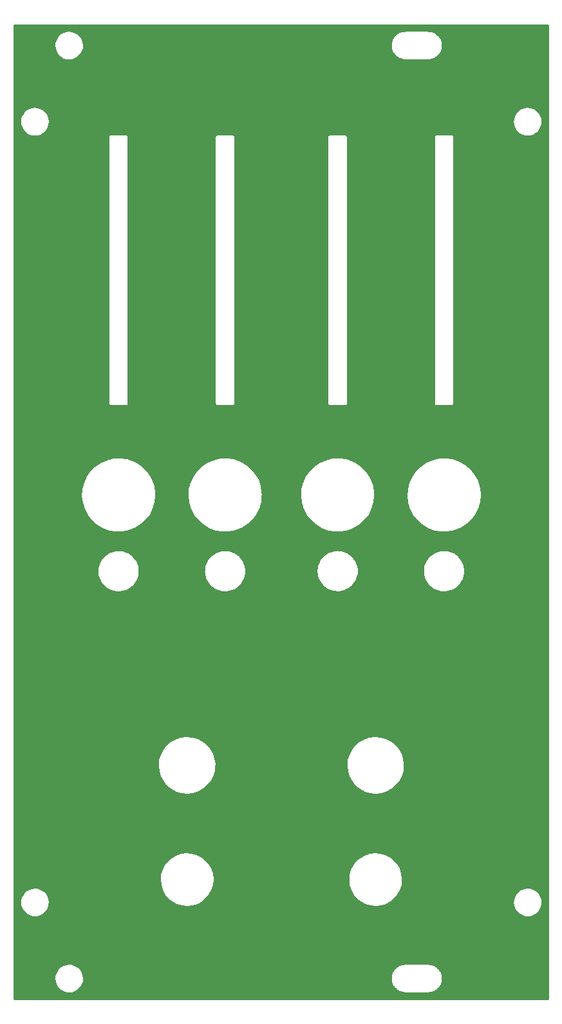
<source format=gbr>
G04 #@! TF.GenerationSoftware,KiCad,Pcbnew,(5.0.2-5-10.14)*
G04 #@! TF.CreationDate,2019-06-16T16:00:31-04:00*
G04 #@! TF.ProjectId,panel,70616e65-6c2e-46b6-9963-61645f706362,rev?*
G04 #@! TF.SameCoordinates,Original*
G04 #@! TF.FileFunction,Copper,L1,Top*
G04 #@! TF.FilePolarity,Positive*
%FSLAX46Y46*%
G04 Gerber Fmt 4.6, Leading zero omitted, Abs format (unit mm)*
G04 Created by KiCad (PCBNEW (5.0.2-5-10.14)) date Sunday, June 16, 2019 at 04:00:31 PM*
%MOMM*%
%LPD*%
G01*
G04 APERTURE LIST*
G04 #@! TA.AperFunction,Conductor*
%ADD10C,0.254000*%
G04 #@! TD*
G04 APERTURE END LIST*
D10*
G04 #@! TO.N,GND*
G36*
X89723001Y-147923000D02*
X19577000Y-147923000D01*
X19577000Y-145277184D01*
X24803189Y-145277184D01*
X24845546Y-145654804D01*
X24960443Y-146017005D01*
X25143503Y-146349991D01*
X25387755Y-146641079D01*
X25683894Y-146879181D01*
X26020641Y-147055228D01*
X26385168Y-147162514D01*
X26763593Y-147196954D01*
X27141499Y-147157234D01*
X27504493Y-147044868D01*
X27838749Y-146864137D01*
X28131535Y-146621924D01*
X28371698Y-146327454D01*
X28550092Y-145991944D01*
X28659921Y-145628174D01*
X28697001Y-145250000D01*
X28696744Y-145231534D01*
X69044385Y-145231534D01*
X69044592Y-145261171D01*
X69044385Y-145290807D01*
X69044830Y-145295351D01*
X69077471Y-145605907D01*
X69083436Y-145634966D01*
X69088984Y-145664050D01*
X69090303Y-145668417D01*
X69090304Y-145668423D01*
X69090306Y-145668429D01*
X69182643Y-145966721D01*
X69194128Y-145994043D01*
X69205230Y-146021522D01*
X69207374Y-146025554D01*
X69355895Y-146300238D01*
X69372460Y-146324796D01*
X69388696Y-146349608D01*
X69391582Y-146353147D01*
X69590627Y-146593751D01*
X69611680Y-146614658D01*
X69632394Y-146635809D01*
X69635912Y-146638720D01*
X69877901Y-146836081D01*
X69902568Y-146852469D01*
X69927040Y-146869226D01*
X69931056Y-146871398D01*
X70206769Y-147017998D01*
X70234192Y-147029301D01*
X70261412Y-147040967D01*
X70265774Y-147042318D01*
X70564712Y-147132572D01*
X70593795Y-147138330D01*
X70622774Y-147144490D01*
X70627315Y-147144967D01*
X70938090Y-147175439D01*
X70938091Y-147175439D01*
X70953939Y-147177000D01*
X73986061Y-147177000D01*
X73987200Y-147176888D01*
X73994623Y-147176836D01*
X74009399Y-147175283D01*
X74024248Y-147175283D01*
X74028789Y-147174806D01*
X74339109Y-147139998D01*
X74368081Y-147133840D01*
X74397172Y-147128080D01*
X74401533Y-147126730D01*
X74699182Y-147032310D01*
X74726415Y-147020638D01*
X74753824Y-147009341D01*
X74757841Y-147007169D01*
X75031480Y-146856734D01*
X75055910Y-146840006D01*
X75080621Y-146823589D01*
X75084139Y-146820678D01*
X75323348Y-146619957D01*
X75344083Y-146598783D01*
X75365113Y-146577899D01*
X75367999Y-146574361D01*
X75563666Y-146331001D01*
X75579892Y-146306205D01*
X75596468Y-146281630D01*
X75598612Y-146277599D01*
X75743283Y-146000869D01*
X75754392Y-145973373D01*
X75765870Y-145946068D01*
X75767190Y-145941697D01*
X75855356Y-145642136D01*
X75860909Y-145613024D01*
X75866869Y-145583991D01*
X75867314Y-145579446D01*
X75895615Y-145268467D01*
X75895408Y-145238830D01*
X75895615Y-145209193D01*
X75895170Y-145204649D01*
X75862529Y-144894094D01*
X75856567Y-144865048D01*
X75851016Y-144835950D01*
X75849696Y-144831579D01*
X75757357Y-144533279D01*
X75745879Y-144505974D01*
X75734770Y-144478478D01*
X75732626Y-144474446D01*
X75584105Y-144199762D01*
X75567546Y-144175212D01*
X75551304Y-144150392D01*
X75548418Y-144146854D01*
X75349373Y-143906249D01*
X75328339Y-143885362D01*
X75307607Y-143864191D01*
X75304088Y-143861280D01*
X75062099Y-143663919D01*
X75037424Y-143647525D01*
X75012961Y-143630775D01*
X75008944Y-143628603D01*
X74733231Y-143482002D01*
X74705798Y-143470695D01*
X74678587Y-143459033D01*
X74674225Y-143457682D01*
X74375288Y-143367428D01*
X74346211Y-143361671D01*
X74317226Y-143355510D01*
X74312685Y-143355033D01*
X74001910Y-143324561D01*
X74001909Y-143324561D01*
X73986061Y-143323000D01*
X70953939Y-143323000D01*
X70952800Y-143323112D01*
X70945378Y-143323164D01*
X70930602Y-143324717D01*
X70915752Y-143324717D01*
X70911211Y-143325194D01*
X70600891Y-143360002D01*
X70571912Y-143366162D01*
X70542829Y-143371920D01*
X70538467Y-143373270D01*
X70240819Y-143467689D01*
X70213578Y-143479365D01*
X70186176Y-143490659D01*
X70182159Y-143492831D01*
X69908519Y-143643266D01*
X69884039Y-143660028D01*
X69859380Y-143676411D01*
X69855861Y-143679322D01*
X69616652Y-143880043D01*
X69595917Y-143901217D01*
X69574887Y-143922101D01*
X69572001Y-143925640D01*
X69376334Y-144168999D01*
X69360115Y-144193785D01*
X69343532Y-144218369D01*
X69341389Y-144222401D01*
X69196717Y-144499131D01*
X69185608Y-144526627D01*
X69174130Y-144553932D01*
X69172810Y-144558303D01*
X69084644Y-144857864D01*
X69079091Y-144886976D01*
X69073131Y-144916009D01*
X69072686Y-144920554D01*
X69044385Y-145231534D01*
X28696744Y-145231534D01*
X28696242Y-145195637D01*
X28648617Y-144818645D01*
X28528674Y-144458083D01*
X28340982Y-144127686D01*
X28092690Y-143840037D01*
X27793255Y-143606093D01*
X27454083Y-143434765D01*
X27088093Y-143332578D01*
X26709225Y-143303426D01*
X26331910Y-143348418D01*
X25970520Y-143465841D01*
X25638820Y-143651222D01*
X25349445Y-143897499D01*
X25113416Y-144195294D01*
X24939724Y-144533261D01*
X24834985Y-144898529D01*
X24803189Y-145277184D01*
X19577000Y-145277184D01*
X19577000Y-135277184D01*
X20303190Y-135277184D01*
X20345547Y-135654804D01*
X20460443Y-136017005D01*
X20643504Y-136349991D01*
X20887755Y-136641078D01*
X21183894Y-136879180D01*
X21520641Y-137055227D01*
X21885169Y-137162513D01*
X22263593Y-137196953D01*
X22641499Y-137157233D01*
X23004493Y-137044868D01*
X23338749Y-136864136D01*
X23631534Y-136621923D01*
X23871698Y-136327453D01*
X24050091Y-135991944D01*
X24159920Y-135628174D01*
X24197000Y-135250000D01*
X24196241Y-135195637D01*
X24148616Y-134818645D01*
X24028673Y-134458084D01*
X23840981Y-134127686D01*
X23592689Y-133840037D01*
X23293255Y-133606094D01*
X22954083Y-133434766D01*
X22588093Y-133332579D01*
X22209225Y-133303427D01*
X21831910Y-133348419D01*
X21470520Y-133465842D01*
X21138821Y-133651222D01*
X20849445Y-133897500D01*
X20613417Y-134195294D01*
X20439725Y-134533261D01*
X20334986Y-134898529D01*
X20303190Y-135277184D01*
X19577000Y-135277184D01*
X19577000Y-132300222D01*
X38653351Y-132300222D01*
X38731603Y-132997858D01*
X38943870Y-133667009D01*
X39282067Y-134282186D01*
X39733311Y-134819958D01*
X40280415Y-135259841D01*
X40902540Y-135585080D01*
X41575989Y-135783287D01*
X42275112Y-135846912D01*
X42973277Y-135773532D01*
X43643894Y-135565942D01*
X44261417Y-135232048D01*
X44802326Y-134784569D01*
X45246018Y-134240549D01*
X45575592Y-133620710D01*
X45778496Y-132948661D01*
X45842075Y-132300222D01*
X63453351Y-132300222D01*
X63531603Y-132997858D01*
X63743870Y-133667009D01*
X64082067Y-134282186D01*
X64533311Y-134819958D01*
X65080415Y-135259841D01*
X65702540Y-135585080D01*
X66375989Y-135783287D01*
X67075112Y-135846912D01*
X67773277Y-135773532D01*
X68443894Y-135565942D01*
X68977939Y-135277184D01*
X85103190Y-135277184D01*
X85145547Y-135654804D01*
X85260443Y-136017005D01*
X85443504Y-136349991D01*
X85687755Y-136641078D01*
X85983894Y-136879180D01*
X86320641Y-137055227D01*
X86685169Y-137162513D01*
X87063593Y-137196953D01*
X87441499Y-137157233D01*
X87804493Y-137044868D01*
X88138749Y-136864136D01*
X88431534Y-136621923D01*
X88671698Y-136327453D01*
X88850091Y-135991944D01*
X88959920Y-135628174D01*
X88997000Y-135250000D01*
X88996241Y-135195637D01*
X88948616Y-134818645D01*
X88828673Y-134458084D01*
X88640981Y-134127686D01*
X88392689Y-133840037D01*
X88093255Y-133606094D01*
X87754083Y-133434766D01*
X87388093Y-133332579D01*
X87009225Y-133303427D01*
X86631910Y-133348419D01*
X86270520Y-133465842D01*
X85938821Y-133651222D01*
X85649445Y-133897500D01*
X85413417Y-134195294D01*
X85239725Y-134533261D01*
X85134986Y-134898529D01*
X85103190Y-135277184D01*
X68977939Y-135277184D01*
X69061417Y-135232048D01*
X69602326Y-134784569D01*
X70046018Y-134240549D01*
X70375592Y-133620710D01*
X70578496Y-132948661D01*
X70647000Y-132250000D01*
X70645598Y-132149566D01*
X70557612Y-131453090D01*
X70336023Y-130786968D01*
X69989270Y-130176573D01*
X69530561Y-129645154D01*
X68977369Y-129212952D01*
X68350764Y-128896431D01*
X67674612Y-128707647D01*
X66974670Y-128653789D01*
X66277597Y-128736910D01*
X65609945Y-128953843D01*
X64997143Y-129296326D01*
X64462535Y-129751314D01*
X64026482Y-130301476D01*
X63705594Y-130925856D01*
X63512093Y-131600673D01*
X63453351Y-132300222D01*
X45842075Y-132300222D01*
X45847000Y-132250000D01*
X45845598Y-132149566D01*
X45757612Y-131453090D01*
X45536023Y-130786968D01*
X45189270Y-130176573D01*
X44730561Y-129645154D01*
X44177369Y-129212952D01*
X43550764Y-128896431D01*
X42874612Y-128707647D01*
X42174670Y-128653789D01*
X41477597Y-128736910D01*
X40809945Y-128953843D01*
X40197143Y-129296326D01*
X39662535Y-129751314D01*
X39226482Y-130301476D01*
X38905594Y-130925856D01*
X38712093Y-131600673D01*
X38653351Y-132300222D01*
X19577000Y-132300222D01*
X19577000Y-117303713D01*
X38403375Y-117303713D01*
X38487066Y-118049836D01*
X38714086Y-118765495D01*
X39075788Y-119423428D01*
X39558395Y-119998576D01*
X40143524Y-120469032D01*
X40808888Y-120816876D01*
X41529144Y-121028859D01*
X42276857Y-121096906D01*
X43023547Y-121018426D01*
X43740772Y-120796408D01*
X44401215Y-120439308D01*
X44979719Y-119960728D01*
X45454248Y-119378897D01*
X45806729Y-118715978D01*
X46023734Y-117997220D01*
X46091733Y-117303713D01*
X63203375Y-117303713D01*
X63287066Y-118049836D01*
X63514086Y-118765495D01*
X63875788Y-119423428D01*
X64358395Y-119998576D01*
X64943524Y-120469032D01*
X65608888Y-120816876D01*
X66329144Y-121028859D01*
X67076857Y-121096906D01*
X67823547Y-121018426D01*
X68540772Y-120796408D01*
X69201215Y-120439308D01*
X69779719Y-119960728D01*
X70254248Y-119378897D01*
X70606729Y-118715978D01*
X70823734Y-117997220D01*
X70897000Y-117250000D01*
X70895500Y-117142585D01*
X70801400Y-116397703D01*
X70564409Y-115685284D01*
X70193556Y-115032465D01*
X69702966Y-114464111D01*
X69111326Y-114001870D01*
X68441170Y-113663350D01*
X67718025Y-113461445D01*
X66969435Y-113403844D01*
X66223913Y-113492742D01*
X65509857Y-113724753D01*
X64854465Y-114091039D01*
X64282700Y-114577649D01*
X63816340Y-115166049D01*
X63473150Y-115833825D01*
X63266201Y-116555543D01*
X63203375Y-117303713D01*
X46091733Y-117303713D01*
X46097000Y-117250000D01*
X46095500Y-117142585D01*
X46001400Y-116397703D01*
X45764409Y-115685284D01*
X45393556Y-115032465D01*
X44902966Y-114464111D01*
X44311326Y-114001870D01*
X43641170Y-113663350D01*
X42918025Y-113461445D01*
X42169435Y-113403844D01*
X41423913Y-113492742D01*
X40709857Y-113724753D01*
X40054465Y-114091039D01*
X39482700Y-114577649D01*
X39016340Y-115166049D01*
X38673150Y-115833825D01*
X38466201Y-116555543D01*
X38403375Y-117303713D01*
X19577000Y-117303713D01*
X19577000Y-91803325D01*
X30483176Y-91803325D01*
X30483196Y-91817045D01*
X30493196Y-91997045D01*
X30493698Y-92003295D01*
X30513698Y-92193295D01*
X30515819Y-92206610D01*
X30575819Y-92486610D01*
X30577886Y-92494890D01*
X30637886Y-92704890D01*
X30644111Y-92721950D01*
X30774111Y-93011950D01*
X30781098Y-93025341D01*
X30931098Y-93275341D01*
X30937291Y-93284698D01*
X31097291Y-93504698D01*
X31108034Y-93517586D01*
X31308034Y-93727586D01*
X31315853Y-93735123D01*
X31575853Y-93965123D01*
X31590401Y-93976231D01*
X31880401Y-94166231D01*
X31898138Y-94175928D01*
X32278138Y-94345928D01*
X32294165Y-94351839D01*
X32634165Y-94451839D01*
X32650193Y-94455446D01*
X32840193Y-94485446D01*
X32848502Y-94486478D01*
X33178502Y-94516478D01*
X33194700Y-94516913D01*
X33464700Y-94506913D01*
X33479025Y-94505567D01*
X33809025Y-94455567D01*
X33823416Y-94452525D01*
X34153416Y-94362525D01*
X34168559Y-94357350D01*
X34458559Y-94237350D01*
X34472053Y-94230808D01*
X34722053Y-94090808D01*
X34733088Y-94083861D01*
X35003088Y-93893861D01*
X35017872Y-93881693D01*
X35257872Y-93651693D01*
X35266950Y-93642035D01*
X35486950Y-93382035D01*
X35497984Y-93366847D01*
X35627984Y-93156847D01*
X35631493Y-93150814D01*
X35811493Y-92820814D01*
X35821715Y-92796256D01*
X35961715Y-92326256D01*
X35965523Y-92309311D01*
X36005523Y-92049311D01*
X36006899Y-92035076D01*
X36016169Y-91803325D01*
X44483176Y-91803325D01*
X44483196Y-91817045D01*
X44493196Y-91997045D01*
X44493698Y-92003295D01*
X44513698Y-92193295D01*
X44515819Y-92206610D01*
X44575819Y-92486610D01*
X44577886Y-92494890D01*
X44637886Y-92704890D01*
X44644111Y-92721950D01*
X44774111Y-93011950D01*
X44781098Y-93025341D01*
X44931098Y-93275341D01*
X44937291Y-93284698D01*
X45097291Y-93504698D01*
X45108034Y-93517586D01*
X45308034Y-93727586D01*
X45315853Y-93735123D01*
X45575853Y-93965123D01*
X45590401Y-93976231D01*
X45880401Y-94166231D01*
X45898138Y-94175928D01*
X46278138Y-94345928D01*
X46294165Y-94351839D01*
X46634165Y-94451839D01*
X46650193Y-94455446D01*
X46840193Y-94485446D01*
X46848502Y-94486478D01*
X47178502Y-94516478D01*
X47194700Y-94516913D01*
X47464700Y-94506913D01*
X47479025Y-94505567D01*
X47809025Y-94455567D01*
X47823416Y-94452525D01*
X48153416Y-94362525D01*
X48168559Y-94357350D01*
X48458559Y-94237350D01*
X48472053Y-94230808D01*
X48722053Y-94090808D01*
X48733088Y-94083861D01*
X49003088Y-93893861D01*
X49017872Y-93881693D01*
X49257872Y-93651693D01*
X49266950Y-93642035D01*
X49486950Y-93382035D01*
X49497984Y-93366847D01*
X49627984Y-93156847D01*
X49631493Y-93150814D01*
X49811493Y-92820814D01*
X49821715Y-92796256D01*
X49961715Y-92326256D01*
X49965523Y-92309311D01*
X50005523Y-92049311D01*
X50006899Y-92035076D01*
X50016663Y-91790954D01*
X59286721Y-91790954D01*
X59286741Y-91804674D01*
X59296741Y-91984674D01*
X59297243Y-91990924D01*
X59317243Y-92180924D01*
X59319364Y-92194239D01*
X59379364Y-92474239D01*
X59381431Y-92482519D01*
X59441431Y-92692519D01*
X59447656Y-92709579D01*
X59577656Y-92999579D01*
X59584643Y-93012970D01*
X59734643Y-93262970D01*
X59740836Y-93272327D01*
X59900836Y-93492327D01*
X59911579Y-93505215D01*
X60111579Y-93715215D01*
X60119398Y-93722752D01*
X60379398Y-93952752D01*
X60393946Y-93963860D01*
X60683946Y-94153860D01*
X60701683Y-94163557D01*
X61081683Y-94333557D01*
X61097710Y-94339468D01*
X61437710Y-94439468D01*
X61453738Y-94443075D01*
X61643738Y-94473075D01*
X61652047Y-94474107D01*
X61982047Y-94504107D01*
X61998245Y-94504542D01*
X62268245Y-94494542D01*
X62282570Y-94493196D01*
X62612570Y-94443196D01*
X62626961Y-94440154D01*
X62956961Y-94350154D01*
X62972104Y-94344979D01*
X63262104Y-94224979D01*
X63275598Y-94218437D01*
X63525598Y-94078437D01*
X63536633Y-94071490D01*
X63806633Y-93881490D01*
X63821417Y-93869322D01*
X64061417Y-93639322D01*
X64070495Y-93629664D01*
X64290495Y-93369664D01*
X64301529Y-93354476D01*
X64431529Y-93144476D01*
X64435038Y-93138443D01*
X64615038Y-92808443D01*
X64625260Y-92783885D01*
X64765260Y-92313885D01*
X64769068Y-92296940D01*
X64809068Y-92036940D01*
X64810444Y-92022705D01*
X64819219Y-91803325D01*
X73283176Y-91803325D01*
X73283196Y-91817045D01*
X73293196Y-91997045D01*
X73293698Y-92003295D01*
X73313698Y-92193295D01*
X73315819Y-92206610D01*
X73375819Y-92486610D01*
X73377886Y-92494890D01*
X73437886Y-92704890D01*
X73444111Y-92721950D01*
X73574111Y-93011950D01*
X73581098Y-93025341D01*
X73731098Y-93275341D01*
X73737291Y-93284698D01*
X73897291Y-93504698D01*
X73908034Y-93517586D01*
X74108034Y-93727586D01*
X74115853Y-93735123D01*
X74375853Y-93965123D01*
X74390401Y-93976231D01*
X74680401Y-94166231D01*
X74698138Y-94175928D01*
X75078138Y-94345928D01*
X75094165Y-94351839D01*
X75434165Y-94451839D01*
X75450193Y-94455446D01*
X75640193Y-94485446D01*
X75648502Y-94486478D01*
X75978502Y-94516478D01*
X75994700Y-94516913D01*
X76264700Y-94506913D01*
X76279025Y-94505567D01*
X76609025Y-94455567D01*
X76623416Y-94452525D01*
X76953416Y-94362525D01*
X76968559Y-94357350D01*
X77258559Y-94237350D01*
X77272053Y-94230808D01*
X77522053Y-94090808D01*
X77533088Y-94083861D01*
X77803088Y-93893861D01*
X77817872Y-93881693D01*
X78057872Y-93651693D01*
X78066950Y-93642035D01*
X78286950Y-93382035D01*
X78297984Y-93366847D01*
X78427984Y-93156847D01*
X78431493Y-93150814D01*
X78611493Y-92820814D01*
X78621715Y-92796256D01*
X78761715Y-92326256D01*
X78765523Y-92309311D01*
X78805523Y-92049311D01*
X78806899Y-92035076D01*
X78816899Y-91785076D01*
X78816899Y-91774924D01*
X78806899Y-91524924D01*
X78806077Y-91514718D01*
X78766077Y-91184718D01*
X78762296Y-91165757D01*
X78692296Y-90915757D01*
X78688680Y-90904789D01*
X78608680Y-90694789D01*
X78604571Y-90685205D01*
X78494571Y-90455205D01*
X78489700Y-90446008D01*
X78349700Y-90206008D01*
X78340248Y-90192030D01*
X78200248Y-90012030D01*
X78195577Y-90006370D01*
X78055577Y-89846370D01*
X78049803Y-89840197D01*
X77859803Y-89650197D01*
X77849336Y-89640830D01*
X77699336Y-89520830D01*
X77691949Y-89515347D01*
X77531949Y-89405347D01*
X77518592Y-89397323D01*
X77268592Y-89267323D01*
X77258086Y-89262456D01*
X77038086Y-89172456D01*
X77031722Y-89170049D01*
X76801722Y-89090049D01*
X76789416Y-89086454D01*
X76579416Y-89036454D01*
X76565752Y-89033981D01*
X76325752Y-89003981D01*
X76318448Y-89003281D01*
X76168448Y-88993281D01*
X76160000Y-88993000D01*
X76050000Y-88993000D01*
X76043658Y-88993158D01*
X75843658Y-89003158D01*
X75831388Y-89004371D01*
X75561388Y-89044371D01*
X75553837Y-89045724D01*
X75363837Y-89085724D01*
X75353921Y-89088233D01*
X75083921Y-89168233D01*
X75069504Y-89173470D01*
X74769504Y-89303470D01*
X74752690Y-89312304D01*
X74592690Y-89412304D01*
X74589553Y-89414330D01*
X74439553Y-89514330D01*
X74433800Y-89518400D01*
X74313800Y-89608400D01*
X74304183Y-89616381D01*
X74184183Y-89726381D01*
X74183139Y-89727349D01*
X74023139Y-89877349D01*
X74016381Y-89884183D01*
X73906381Y-90004183D01*
X73899337Y-90012567D01*
X73799337Y-90142567D01*
X73791633Y-90153776D01*
X73681633Y-90333776D01*
X73678721Y-90338796D01*
X73568721Y-90538796D01*
X73563648Y-90549096D01*
X73423648Y-90869096D01*
X73417475Y-90886584D01*
X73357475Y-91106584D01*
X73354978Y-91117675D01*
X73304978Y-91397675D01*
X73303158Y-91413658D01*
X73293158Y-91613658D01*
X73283176Y-91803325D01*
X64819219Y-91803325D01*
X64820444Y-91772705D01*
X64820444Y-91762553D01*
X64810444Y-91512553D01*
X64809622Y-91502347D01*
X64769622Y-91172347D01*
X64765841Y-91153386D01*
X64695841Y-90903386D01*
X64692225Y-90892418D01*
X64612225Y-90682418D01*
X64608116Y-90672834D01*
X64498116Y-90442834D01*
X64493245Y-90433637D01*
X64353245Y-90193637D01*
X64343793Y-90179659D01*
X64203793Y-89999659D01*
X64199122Y-89993999D01*
X64059122Y-89833999D01*
X64053348Y-89827826D01*
X63863348Y-89637826D01*
X63852881Y-89628459D01*
X63702881Y-89508459D01*
X63695494Y-89502976D01*
X63535494Y-89392976D01*
X63522137Y-89384952D01*
X63272137Y-89254952D01*
X63261631Y-89250085D01*
X63041631Y-89160085D01*
X63035267Y-89157678D01*
X62805267Y-89077678D01*
X62792961Y-89074083D01*
X62582961Y-89024083D01*
X62569297Y-89021610D01*
X62329297Y-88991610D01*
X62321993Y-88990910D01*
X62171993Y-88980910D01*
X62163545Y-88980629D01*
X62053545Y-88980629D01*
X62047203Y-88980787D01*
X61847203Y-88990787D01*
X61834933Y-88992000D01*
X61564933Y-89032000D01*
X61557382Y-89033353D01*
X61367382Y-89073353D01*
X61357466Y-89075862D01*
X61087466Y-89155862D01*
X61073049Y-89161099D01*
X60773049Y-89291099D01*
X60756235Y-89299933D01*
X60596235Y-89399933D01*
X60593098Y-89401959D01*
X60443098Y-89501959D01*
X60437345Y-89506029D01*
X60317345Y-89596029D01*
X60307728Y-89604010D01*
X60187728Y-89714010D01*
X60186684Y-89714978D01*
X60026684Y-89864978D01*
X60019926Y-89871812D01*
X59909926Y-89991812D01*
X59902882Y-90000196D01*
X59802882Y-90130196D01*
X59795178Y-90141405D01*
X59685178Y-90321405D01*
X59682266Y-90326425D01*
X59572266Y-90526425D01*
X59567193Y-90536725D01*
X59427193Y-90856725D01*
X59421020Y-90874213D01*
X59361020Y-91094213D01*
X59358523Y-91105304D01*
X59308523Y-91385304D01*
X59306703Y-91401287D01*
X59296703Y-91601287D01*
X59286721Y-91790954D01*
X50016663Y-91790954D01*
X50016899Y-91785076D01*
X50016899Y-91774924D01*
X50006899Y-91524924D01*
X50006077Y-91514718D01*
X49966077Y-91184718D01*
X49962296Y-91165757D01*
X49892296Y-90915757D01*
X49888680Y-90904789D01*
X49808680Y-90694789D01*
X49804571Y-90685205D01*
X49694571Y-90455205D01*
X49689700Y-90446008D01*
X49549700Y-90206008D01*
X49540248Y-90192030D01*
X49400248Y-90012030D01*
X49395577Y-90006370D01*
X49255577Y-89846370D01*
X49249803Y-89840197D01*
X49059803Y-89650197D01*
X49049336Y-89640830D01*
X48899336Y-89520830D01*
X48891949Y-89515347D01*
X48731949Y-89405347D01*
X48718592Y-89397323D01*
X48468592Y-89267323D01*
X48458086Y-89262456D01*
X48238086Y-89172456D01*
X48231722Y-89170049D01*
X48001722Y-89090049D01*
X47989416Y-89086454D01*
X47779416Y-89036454D01*
X47765752Y-89033981D01*
X47525752Y-89003981D01*
X47518448Y-89003281D01*
X47368448Y-88993281D01*
X47360000Y-88993000D01*
X47250000Y-88993000D01*
X47243658Y-88993158D01*
X47043658Y-89003158D01*
X47031388Y-89004371D01*
X46761388Y-89044371D01*
X46753837Y-89045724D01*
X46563837Y-89085724D01*
X46553921Y-89088233D01*
X46283921Y-89168233D01*
X46269504Y-89173470D01*
X45969504Y-89303470D01*
X45952690Y-89312304D01*
X45792690Y-89412304D01*
X45789553Y-89414330D01*
X45639553Y-89514330D01*
X45633800Y-89518400D01*
X45513800Y-89608400D01*
X45504183Y-89616381D01*
X45384183Y-89726381D01*
X45383139Y-89727349D01*
X45223139Y-89877349D01*
X45216381Y-89884183D01*
X45106381Y-90004183D01*
X45099337Y-90012567D01*
X44999337Y-90142567D01*
X44991633Y-90153776D01*
X44881633Y-90333776D01*
X44878721Y-90338796D01*
X44768721Y-90538796D01*
X44763648Y-90549096D01*
X44623648Y-90869096D01*
X44617475Y-90886584D01*
X44557475Y-91106584D01*
X44554978Y-91117675D01*
X44504978Y-91397675D01*
X44503158Y-91413658D01*
X44493158Y-91613658D01*
X44483176Y-91803325D01*
X36016169Y-91803325D01*
X36016899Y-91785076D01*
X36016899Y-91774924D01*
X36006899Y-91524924D01*
X36006077Y-91514718D01*
X35966077Y-91184718D01*
X35962296Y-91165757D01*
X35892296Y-90915757D01*
X35888680Y-90904789D01*
X35808680Y-90694789D01*
X35804571Y-90685205D01*
X35694571Y-90455205D01*
X35689700Y-90446008D01*
X35549700Y-90206008D01*
X35540248Y-90192030D01*
X35400248Y-90012030D01*
X35395577Y-90006370D01*
X35255577Y-89846370D01*
X35249803Y-89840197D01*
X35059803Y-89650197D01*
X35049336Y-89640830D01*
X34899336Y-89520830D01*
X34891949Y-89515347D01*
X34731949Y-89405347D01*
X34718592Y-89397323D01*
X34468592Y-89267323D01*
X34458086Y-89262456D01*
X34238086Y-89172456D01*
X34231722Y-89170049D01*
X34001722Y-89090049D01*
X33989416Y-89086454D01*
X33779416Y-89036454D01*
X33765752Y-89033981D01*
X33525752Y-89003981D01*
X33518448Y-89003281D01*
X33368448Y-88993281D01*
X33360000Y-88993000D01*
X33250000Y-88993000D01*
X33243658Y-88993158D01*
X33043658Y-89003158D01*
X33031388Y-89004371D01*
X32761388Y-89044371D01*
X32753837Y-89045724D01*
X32563837Y-89085724D01*
X32553921Y-89088233D01*
X32283921Y-89168233D01*
X32269504Y-89173470D01*
X31969504Y-89303470D01*
X31952690Y-89312304D01*
X31792690Y-89412304D01*
X31789553Y-89414330D01*
X31639553Y-89514330D01*
X31633800Y-89518400D01*
X31513800Y-89608400D01*
X31504183Y-89616381D01*
X31384183Y-89726381D01*
X31383139Y-89727349D01*
X31223139Y-89877349D01*
X31216381Y-89884183D01*
X31106381Y-90004183D01*
X31099337Y-90012567D01*
X30999337Y-90142567D01*
X30991633Y-90153776D01*
X30881633Y-90333776D01*
X30878721Y-90338796D01*
X30768721Y-90538796D01*
X30763648Y-90549096D01*
X30623648Y-90869096D01*
X30617475Y-90886584D01*
X30557475Y-91106584D01*
X30554978Y-91117675D01*
X30504978Y-91397675D01*
X30503158Y-91413658D01*
X30493158Y-91613658D01*
X30483176Y-91803325D01*
X19577000Y-91803325D01*
X19577000Y-81879497D01*
X28304695Y-81879497D01*
X28411104Y-82778539D01*
X28679568Y-83643135D01*
X29101097Y-84444329D01*
X29661573Y-85155290D01*
X30342226Y-85752207D01*
X31120262Y-86215089D01*
X31969622Y-86528435D01*
X32861863Y-86681750D01*
X33767102Y-86669900D01*
X34655024Y-86493281D01*
X35495891Y-86157809D01*
X36261543Y-85674719D01*
X36926337Y-85060189D01*
X37468011Y-84334800D01*
X37868422Y-83522846D01*
X38114162Y-82651519D01*
X38185100Y-81879497D01*
X42304695Y-81879497D01*
X42411104Y-82778539D01*
X42679568Y-83643135D01*
X43101097Y-84444329D01*
X43661573Y-85155290D01*
X44342226Y-85752207D01*
X45120262Y-86215089D01*
X45969622Y-86528435D01*
X46861863Y-86681750D01*
X47767102Y-86669900D01*
X48655024Y-86493281D01*
X49495891Y-86157809D01*
X50261543Y-85674719D01*
X50926337Y-85060189D01*
X51468011Y-84334800D01*
X51868422Y-83522846D01*
X52114162Y-82651519D01*
X52185100Y-81879497D01*
X57104694Y-81879497D01*
X57211103Y-82778539D01*
X57479567Y-83643135D01*
X57901096Y-84444330D01*
X58461572Y-85155291D01*
X59142226Y-85752208D01*
X59920261Y-86215090D01*
X60769622Y-86528436D01*
X61661863Y-86681751D01*
X62567102Y-86669901D01*
X63455024Y-86493282D01*
X64295891Y-86157810D01*
X65061543Y-85674720D01*
X65726338Y-85060190D01*
X66268012Y-84334801D01*
X66668423Y-83522847D01*
X66914163Y-82651519D01*
X66985101Y-81879497D01*
X71104694Y-81879497D01*
X71211103Y-82778539D01*
X71479567Y-83643135D01*
X71901096Y-84444330D01*
X72461572Y-85155291D01*
X73142226Y-85752208D01*
X73920261Y-86215090D01*
X74769622Y-86528436D01*
X75661863Y-86681751D01*
X76567102Y-86669901D01*
X77455024Y-86493282D01*
X78295891Y-86157810D01*
X79061543Y-85674720D01*
X79726338Y-85060190D01*
X80268012Y-84334801D01*
X80668423Y-83522847D01*
X80914163Y-82651519D01*
X80997001Y-81750000D01*
X80990221Y-81491094D01*
X80860315Y-80595146D01*
X80569310Y-79737873D01*
X80126953Y-78947988D01*
X79548058Y-78251942D01*
X78852012Y-77673047D01*
X78062127Y-77230690D01*
X77204854Y-76939685D01*
X76308906Y-76809779D01*
X75404287Y-76845321D01*
X74521293Y-77045122D01*
X73689495Y-77402491D01*
X72936751Y-77905458D01*
X72288271Y-78537180D01*
X71765771Y-79276500D01*
X71386752Y-80098657D01*
X71163905Y-80976119D01*
X71104694Y-81879497D01*
X66985101Y-81879497D01*
X66997001Y-81750000D01*
X66990221Y-81491094D01*
X66860315Y-80595146D01*
X66569310Y-79737873D01*
X66126953Y-78947988D01*
X65548058Y-78251942D01*
X64852012Y-77673047D01*
X64062127Y-77230690D01*
X63204854Y-76939685D01*
X62308906Y-76809779D01*
X61404287Y-76845321D01*
X60521293Y-77045122D01*
X59689495Y-77402491D01*
X58936751Y-77905458D01*
X58288271Y-78537180D01*
X57765771Y-79276500D01*
X57386752Y-80098657D01*
X57163905Y-80976119D01*
X57104694Y-81879497D01*
X52185100Y-81879497D01*
X52197000Y-81750000D01*
X52190220Y-81491094D01*
X52060314Y-80595146D01*
X51769309Y-79737874D01*
X51326952Y-78947988D01*
X50748057Y-78251943D01*
X50052012Y-77673048D01*
X49262126Y-77230691D01*
X48404854Y-76939686D01*
X47508906Y-76809780D01*
X46604287Y-76845322D01*
X45721293Y-77045123D01*
X44889496Y-77402492D01*
X44136752Y-77905459D01*
X43488272Y-78537181D01*
X42965772Y-79276500D01*
X42586753Y-80098657D01*
X42363906Y-80976119D01*
X42304695Y-81879497D01*
X38185100Y-81879497D01*
X38197000Y-81750000D01*
X38190220Y-81491094D01*
X38060314Y-80595146D01*
X37769309Y-79737874D01*
X37326952Y-78947988D01*
X36748057Y-78251943D01*
X36052012Y-77673048D01*
X35262126Y-77230691D01*
X34404854Y-76939686D01*
X33508906Y-76809780D01*
X32604287Y-76845322D01*
X31721293Y-77045123D01*
X30889496Y-77402492D01*
X30136752Y-77905459D01*
X29488272Y-78537181D01*
X28965772Y-79276500D01*
X28586753Y-80098657D01*
X28363906Y-80976119D01*
X28304695Y-81879497D01*
X19577000Y-81879497D01*
X19577000Y-34750000D01*
X31921418Y-34750000D01*
X31923000Y-34766061D01*
X31923001Y-69733929D01*
X31921418Y-69750000D01*
X31927732Y-69814103D01*
X31946430Y-69875743D01*
X31976794Y-69932550D01*
X32017657Y-69982343D01*
X32067450Y-70023206D01*
X32124257Y-70053570D01*
X32185897Y-70072268D01*
X32233939Y-70077000D01*
X32250000Y-70078582D01*
X32266061Y-70077000D01*
X34233939Y-70077000D01*
X34250000Y-70078582D01*
X34266061Y-70077000D01*
X34314103Y-70072268D01*
X34375743Y-70053570D01*
X34432550Y-70023206D01*
X34482343Y-69982343D01*
X34523206Y-69932550D01*
X34553570Y-69875743D01*
X34572268Y-69814103D01*
X34578582Y-69750000D01*
X34577000Y-69733939D01*
X34577000Y-34766061D01*
X34578582Y-34750000D01*
X45921418Y-34750000D01*
X45923000Y-34766061D01*
X45923001Y-69733929D01*
X45921418Y-69750000D01*
X45927732Y-69814103D01*
X45946430Y-69875743D01*
X45976794Y-69932550D01*
X46017657Y-69982343D01*
X46067450Y-70023206D01*
X46124257Y-70053570D01*
X46185897Y-70072268D01*
X46233939Y-70077000D01*
X46250000Y-70078582D01*
X46266061Y-70077000D01*
X48233939Y-70077000D01*
X48250000Y-70078582D01*
X48266061Y-70077000D01*
X48314103Y-70072268D01*
X48375743Y-70053570D01*
X48432550Y-70023206D01*
X48482343Y-69982343D01*
X48523206Y-69932550D01*
X48553570Y-69875743D01*
X48572268Y-69814103D01*
X48578582Y-69750000D01*
X48577000Y-69733939D01*
X48577000Y-34766061D01*
X48578582Y-34750000D01*
X60721418Y-34750000D01*
X60723001Y-34766071D01*
X60723000Y-69733939D01*
X60721418Y-69750000D01*
X60727732Y-69814103D01*
X60746430Y-69875743D01*
X60776794Y-69932550D01*
X60817657Y-69982343D01*
X60867450Y-70023206D01*
X60924257Y-70053570D01*
X60985897Y-70072268D01*
X61050000Y-70078582D01*
X61066061Y-70077000D01*
X63033939Y-70077000D01*
X63050000Y-70078582D01*
X63066061Y-70077000D01*
X63114103Y-70072268D01*
X63175743Y-70053570D01*
X63232550Y-70023206D01*
X63282343Y-69982343D01*
X63323206Y-69932550D01*
X63353570Y-69875743D01*
X63372268Y-69814103D01*
X63378582Y-69750000D01*
X63377000Y-69733939D01*
X63377000Y-34766061D01*
X63378582Y-34750000D01*
X74721418Y-34750000D01*
X74723001Y-34766071D01*
X74723000Y-69733939D01*
X74721418Y-69750000D01*
X74727732Y-69814103D01*
X74746430Y-69875743D01*
X74776794Y-69932550D01*
X74817657Y-69982343D01*
X74867450Y-70023206D01*
X74924257Y-70053570D01*
X74985897Y-70072268D01*
X75050000Y-70078582D01*
X75066061Y-70077000D01*
X77033939Y-70077000D01*
X77050000Y-70078582D01*
X77066061Y-70077000D01*
X77114103Y-70072268D01*
X77175743Y-70053570D01*
X77232550Y-70023206D01*
X77282343Y-69982343D01*
X77323206Y-69932550D01*
X77353570Y-69875743D01*
X77372268Y-69814103D01*
X77378582Y-69750000D01*
X77377000Y-69733939D01*
X77377000Y-34766061D01*
X77378582Y-34750000D01*
X77372268Y-34685897D01*
X77353570Y-34624257D01*
X77323206Y-34567450D01*
X77282343Y-34517657D01*
X77232550Y-34476794D01*
X77175743Y-34446430D01*
X77114103Y-34427732D01*
X77066061Y-34423000D01*
X77050000Y-34421418D01*
X77033939Y-34423000D01*
X75066061Y-34423000D01*
X75050000Y-34421418D01*
X75033939Y-34423000D01*
X74985897Y-34427732D01*
X74924257Y-34446430D01*
X74867450Y-34476794D01*
X74817657Y-34517657D01*
X74776794Y-34567450D01*
X74746430Y-34624257D01*
X74727732Y-34685897D01*
X74721418Y-34750000D01*
X63378582Y-34750000D01*
X63372268Y-34685897D01*
X63353570Y-34624257D01*
X63323206Y-34567450D01*
X63282343Y-34517657D01*
X63232550Y-34476794D01*
X63175743Y-34446430D01*
X63114103Y-34427732D01*
X63066061Y-34423000D01*
X63050000Y-34421418D01*
X63033939Y-34423000D01*
X61066061Y-34423000D01*
X61050000Y-34421418D01*
X61033939Y-34423000D01*
X60985897Y-34427732D01*
X60924257Y-34446430D01*
X60867450Y-34476794D01*
X60817657Y-34517657D01*
X60776794Y-34567450D01*
X60746430Y-34624257D01*
X60727732Y-34685897D01*
X60721418Y-34750000D01*
X48578582Y-34750000D01*
X48572268Y-34685897D01*
X48553570Y-34624257D01*
X48523206Y-34567450D01*
X48482343Y-34517657D01*
X48432550Y-34476794D01*
X48375743Y-34446430D01*
X48314103Y-34427732D01*
X48266061Y-34423000D01*
X48250000Y-34421418D01*
X48233939Y-34423000D01*
X46266061Y-34423000D01*
X46250000Y-34421418D01*
X46233939Y-34423000D01*
X46185897Y-34427732D01*
X46124257Y-34446430D01*
X46067450Y-34476794D01*
X46017657Y-34517657D01*
X45976794Y-34567450D01*
X45946430Y-34624257D01*
X45927732Y-34685897D01*
X45921418Y-34750000D01*
X34578582Y-34750000D01*
X34572268Y-34685897D01*
X34553570Y-34624257D01*
X34523206Y-34567450D01*
X34482343Y-34517657D01*
X34432550Y-34476794D01*
X34375743Y-34446430D01*
X34314103Y-34427732D01*
X34266061Y-34423000D01*
X34250000Y-34421418D01*
X34233939Y-34423000D01*
X32266061Y-34423000D01*
X32250000Y-34421418D01*
X32233939Y-34423000D01*
X32185897Y-34427732D01*
X32124257Y-34446430D01*
X32067450Y-34476794D01*
X32017657Y-34517657D01*
X31976794Y-34567450D01*
X31946430Y-34624257D01*
X31927732Y-34685897D01*
X31921418Y-34750000D01*
X19577000Y-34750000D01*
X19577000Y-32777184D01*
X20303190Y-32777184D01*
X20345547Y-33154804D01*
X20460443Y-33517005D01*
X20643504Y-33849991D01*
X20887755Y-34141078D01*
X21183894Y-34379180D01*
X21520641Y-34555227D01*
X21885169Y-34662513D01*
X22263593Y-34696953D01*
X22641499Y-34657233D01*
X23004493Y-34544868D01*
X23338749Y-34364136D01*
X23631534Y-34121923D01*
X23871698Y-33827453D01*
X24050091Y-33491944D01*
X24159920Y-33128174D01*
X24194334Y-32777184D01*
X85103190Y-32777184D01*
X85145547Y-33154804D01*
X85260443Y-33517005D01*
X85443504Y-33849991D01*
X85687755Y-34141078D01*
X85983894Y-34379180D01*
X86320641Y-34555227D01*
X86685169Y-34662513D01*
X87063593Y-34696953D01*
X87441499Y-34657233D01*
X87804493Y-34544868D01*
X88138749Y-34364136D01*
X88431534Y-34121923D01*
X88671698Y-33827453D01*
X88850091Y-33491944D01*
X88959920Y-33128174D01*
X88997000Y-32750000D01*
X88996241Y-32695637D01*
X88948616Y-32318645D01*
X88828673Y-31958084D01*
X88640981Y-31627686D01*
X88392689Y-31340037D01*
X88093255Y-31106094D01*
X87754083Y-30934766D01*
X87388093Y-30832579D01*
X87009225Y-30803427D01*
X86631910Y-30848419D01*
X86270520Y-30965842D01*
X85938821Y-31151222D01*
X85649445Y-31397500D01*
X85413417Y-31695294D01*
X85239725Y-32033261D01*
X85134986Y-32398529D01*
X85103190Y-32777184D01*
X24194334Y-32777184D01*
X24197000Y-32750000D01*
X24196241Y-32695637D01*
X24148616Y-32318645D01*
X24028673Y-31958084D01*
X23840981Y-31627686D01*
X23592689Y-31340037D01*
X23293255Y-31106094D01*
X22954083Y-30934766D01*
X22588093Y-30832579D01*
X22209225Y-30803427D01*
X21831910Y-30848419D01*
X21470520Y-30965842D01*
X21138821Y-31151222D01*
X20849445Y-31397500D01*
X20613417Y-31695294D01*
X20439725Y-32033261D01*
X20334986Y-32398529D01*
X20303190Y-32777184D01*
X19577000Y-32777184D01*
X19577000Y-22777184D01*
X24803189Y-22777184D01*
X24845546Y-23154804D01*
X24960443Y-23517005D01*
X25143503Y-23849991D01*
X25387755Y-24141079D01*
X25683894Y-24379181D01*
X26020641Y-24555228D01*
X26385168Y-24662514D01*
X26763593Y-24696954D01*
X27141499Y-24657234D01*
X27504493Y-24544868D01*
X27838749Y-24364137D01*
X28131535Y-24121924D01*
X28371698Y-23827454D01*
X28550092Y-23491944D01*
X28659921Y-23128174D01*
X28697001Y-22750000D01*
X28696744Y-22731534D01*
X69044385Y-22731534D01*
X69044592Y-22761171D01*
X69044385Y-22790807D01*
X69044830Y-22795351D01*
X69077471Y-23105907D01*
X69083436Y-23134966D01*
X69088984Y-23164050D01*
X69090303Y-23168417D01*
X69090304Y-23168423D01*
X69090306Y-23168429D01*
X69182643Y-23466721D01*
X69194128Y-23494043D01*
X69205230Y-23521522D01*
X69207374Y-23525554D01*
X69355895Y-23800238D01*
X69372460Y-23824796D01*
X69388696Y-23849608D01*
X69391582Y-23853147D01*
X69590627Y-24093751D01*
X69611680Y-24114658D01*
X69632394Y-24135809D01*
X69635912Y-24138720D01*
X69877901Y-24336081D01*
X69902568Y-24352469D01*
X69927040Y-24369226D01*
X69931056Y-24371398D01*
X70206769Y-24517998D01*
X70234192Y-24529301D01*
X70261412Y-24540967D01*
X70265774Y-24542318D01*
X70564712Y-24632572D01*
X70593795Y-24638330D01*
X70622774Y-24644490D01*
X70627315Y-24644967D01*
X70938090Y-24675439D01*
X70938091Y-24675439D01*
X70953939Y-24677000D01*
X73986061Y-24677000D01*
X73987200Y-24676888D01*
X73994623Y-24676836D01*
X74009399Y-24675283D01*
X74024248Y-24675283D01*
X74028789Y-24674806D01*
X74339109Y-24639998D01*
X74368081Y-24633840D01*
X74397172Y-24628080D01*
X74401533Y-24626730D01*
X74699182Y-24532310D01*
X74726415Y-24520638D01*
X74753824Y-24509341D01*
X74757841Y-24507169D01*
X75031480Y-24356734D01*
X75055910Y-24340006D01*
X75080621Y-24323589D01*
X75084139Y-24320678D01*
X75323348Y-24119957D01*
X75344083Y-24098783D01*
X75365113Y-24077899D01*
X75367999Y-24074361D01*
X75563666Y-23831001D01*
X75579892Y-23806205D01*
X75596468Y-23781630D01*
X75598612Y-23777599D01*
X75743283Y-23500869D01*
X75754392Y-23473373D01*
X75765870Y-23446068D01*
X75767190Y-23441697D01*
X75855356Y-23142136D01*
X75860909Y-23113024D01*
X75866869Y-23083991D01*
X75867314Y-23079446D01*
X75895615Y-22768467D01*
X75895408Y-22738830D01*
X75895615Y-22709193D01*
X75895170Y-22704649D01*
X75862529Y-22394094D01*
X75856567Y-22365048D01*
X75851016Y-22335950D01*
X75849696Y-22331579D01*
X75757357Y-22033279D01*
X75745879Y-22005974D01*
X75734770Y-21978478D01*
X75732626Y-21974446D01*
X75584105Y-21699762D01*
X75567546Y-21675212D01*
X75551304Y-21650392D01*
X75548418Y-21646854D01*
X75349373Y-21406249D01*
X75328339Y-21385362D01*
X75307607Y-21364191D01*
X75304088Y-21361280D01*
X75062099Y-21163919D01*
X75037424Y-21147525D01*
X75012961Y-21130775D01*
X75008944Y-21128603D01*
X74733231Y-20982002D01*
X74705798Y-20970695D01*
X74678587Y-20959033D01*
X74674225Y-20957682D01*
X74375288Y-20867428D01*
X74346211Y-20861671D01*
X74317226Y-20855510D01*
X74312685Y-20855033D01*
X74001910Y-20824561D01*
X74001909Y-20824561D01*
X73986061Y-20823000D01*
X70953939Y-20823000D01*
X70952800Y-20823112D01*
X70945378Y-20823164D01*
X70930602Y-20824717D01*
X70915752Y-20824717D01*
X70911211Y-20825194D01*
X70600891Y-20860002D01*
X70571912Y-20866162D01*
X70542829Y-20871920D01*
X70538467Y-20873270D01*
X70240819Y-20967689D01*
X70213578Y-20979365D01*
X70186176Y-20990659D01*
X70182159Y-20992831D01*
X69908519Y-21143266D01*
X69884039Y-21160028D01*
X69859380Y-21176411D01*
X69855861Y-21179322D01*
X69616652Y-21380043D01*
X69595917Y-21401217D01*
X69574887Y-21422101D01*
X69572001Y-21425640D01*
X69376334Y-21668999D01*
X69360115Y-21693785D01*
X69343532Y-21718369D01*
X69341389Y-21722401D01*
X69196717Y-21999131D01*
X69185608Y-22026627D01*
X69174130Y-22053932D01*
X69172810Y-22058303D01*
X69084644Y-22357864D01*
X69079091Y-22386976D01*
X69073131Y-22416009D01*
X69072686Y-22420554D01*
X69044385Y-22731534D01*
X28696744Y-22731534D01*
X28696242Y-22695637D01*
X28648617Y-22318645D01*
X28528674Y-21958083D01*
X28340982Y-21627686D01*
X28092690Y-21340037D01*
X27793255Y-21106093D01*
X27454083Y-20934765D01*
X27088093Y-20832578D01*
X26709225Y-20803426D01*
X26331910Y-20848418D01*
X25970520Y-20965841D01*
X25638820Y-21151222D01*
X25349445Y-21397499D01*
X25113416Y-21695294D01*
X24939724Y-22033261D01*
X24834985Y-22398529D01*
X24803189Y-22777184D01*
X19577000Y-22777184D01*
X19577000Y-20077000D01*
X89723000Y-20077000D01*
X89723001Y-147923000D01*
X89723001Y-147923000D01*
G37*
X89723001Y-147923000D02*
X19577000Y-147923000D01*
X19577000Y-145277184D01*
X24803189Y-145277184D01*
X24845546Y-145654804D01*
X24960443Y-146017005D01*
X25143503Y-146349991D01*
X25387755Y-146641079D01*
X25683894Y-146879181D01*
X26020641Y-147055228D01*
X26385168Y-147162514D01*
X26763593Y-147196954D01*
X27141499Y-147157234D01*
X27504493Y-147044868D01*
X27838749Y-146864137D01*
X28131535Y-146621924D01*
X28371698Y-146327454D01*
X28550092Y-145991944D01*
X28659921Y-145628174D01*
X28697001Y-145250000D01*
X28696744Y-145231534D01*
X69044385Y-145231534D01*
X69044592Y-145261171D01*
X69044385Y-145290807D01*
X69044830Y-145295351D01*
X69077471Y-145605907D01*
X69083436Y-145634966D01*
X69088984Y-145664050D01*
X69090303Y-145668417D01*
X69090304Y-145668423D01*
X69090306Y-145668429D01*
X69182643Y-145966721D01*
X69194128Y-145994043D01*
X69205230Y-146021522D01*
X69207374Y-146025554D01*
X69355895Y-146300238D01*
X69372460Y-146324796D01*
X69388696Y-146349608D01*
X69391582Y-146353147D01*
X69590627Y-146593751D01*
X69611680Y-146614658D01*
X69632394Y-146635809D01*
X69635912Y-146638720D01*
X69877901Y-146836081D01*
X69902568Y-146852469D01*
X69927040Y-146869226D01*
X69931056Y-146871398D01*
X70206769Y-147017998D01*
X70234192Y-147029301D01*
X70261412Y-147040967D01*
X70265774Y-147042318D01*
X70564712Y-147132572D01*
X70593795Y-147138330D01*
X70622774Y-147144490D01*
X70627315Y-147144967D01*
X70938090Y-147175439D01*
X70938091Y-147175439D01*
X70953939Y-147177000D01*
X73986061Y-147177000D01*
X73987200Y-147176888D01*
X73994623Y-147176836D01*
X74009399Y-147175283D01*
X74024248Y-147175283D01*
X74028789Y-147174806D01*
X74339109Y-147139998D01*
X74368081Y-147133840D01*
X74397172Y-147128080D01*
X74401533Y-147126730D01*
X74699182Y-147032310D01*
X74726415Y-147020638D01*
X74753824Y-147009341D01*
X74757841Y-147007169D01*
X75031480Y-146856734D01*
X75055910Y-146840006D01*
X75080621Y-146823589D01*
X75084139Y-146820678D01*
X75323348Y-146619957D01*
X75344083Y-146598783D01*
X75365113Y-146577899D01*
X75367999Y-146574361D01*
X75563666Y-146331001D01*
X75579892Y-146306205D01*
X75596468Y-146281630D01*
X75598612Y-146277599D01*
X75743283Y-146000869D01*
X75754392Y-145973373D01*
X75765870Y-145946068D01*
X75767190Y-145941697D01*
X75855356Y-145642136D01*
X75860909Y-145613024D01*
X75866869Y-145583991D01*
X75867314Y-145579446D01*
X75895615Y-145268467D01*
X75895408Y-145238830D01*
X75895615Y-145209193D01*
X75895170Y-145204649D01*
X75862529Y-144894094D01*
X75856567Y-144865048D01*
X75851016Y-144835950D01*
X75849696Y-144831579D01*
X75757357Y-144533279D01*
X75745879Y-144505974D01*
X75734770Y-144478478D01*
X75732626Y-144474446D01*
X75584105Y-144199762D01*
X75567546Y-144175212D01*
X75551304Y-144150392D01*
X75548418Y-144146854D01*
X75349373Y-143906249D01*
X75328339Y-143885362D01*
X75307607Y-143864191D01*
X75304088Y-143861280D01*
X75062099Y-143663919D01*
X75037424Y-143647525D01*
X75012961Y-143630775D01*
X75008944Y-143628603D01*
X74733231Y-143482002D01*
X74705798Y-143470695D01*
X74678587Y-143459033D01*
X74674225Y-143457682D01*
X74375288Y-143367428D01*
X74346211Y-143361671D01*
X74317226Y-143355510D01*
X74312685Y-143355033D01*
X74001910Y-143324561D01*
X74001909Y-143324561D01*
X73986061Y-143323000D01*
X70953939Y-143323000D01*
X70952800Y-143323112D01*
X70945378Y-143323164D01*
X70930602Y-143324717D01*
X70915752Y-143324717D01*
X70911211Y-143325194D01*
X70600891Y-143360002D01*
X70571912Y-143366162D01*
X70542829Y-143371920D01*
X70538467Y-143373270D01*
X70240819Y-143467689D01*
X70213578Y-143479365D01*
X70186176Y-143490659D01*
X70182159Y-143492831D01*
X69908519Y-143643266D01*
X69884039Y-143660028D01*
X69859380Y-143676411D01*
X69855861Y-143679322D01*
X69616652Y-143880043D01*
X69595917Y-143901217D01*
X69574887Y-143922101D01*
X69572001Y-143925640D01*
X69376334Y-144168999D01*
X69360115Y-144193785D01*
X69343532Y-144218369D01*
X69341389Y-144222401D01*
X69196717Y-144499131D01*
X69185608Y-144526627D01*
X69174130Y-144553932D01*
X69172810Y-144558303D01*
X69084644Y-144857864D01*
X69079091Y-144886976D01*
X69073131Y-144916009D01*
X69072686Y-144920554D01*
X69044385Y-145231534D01*
X28696744Y-145231534D01*
X28696242Y-145195637D01*
X28648617Y-144818645D01*
X28528674Y-144458083D01*
X28340982Y-144127686D01*
X28092690Y-143840037D01*
X27793255Y-143606093D01*
X27454083Y-143434765D01*
X27088093Y-143332578D01*
X26709225Y-143303426D01*
X26331910Y-143348418D01*
X25970520Y-143465841D01*
X25638820Y-143651222D01*
X25349445Y-143897499D01*
X25113416Y-144195294D01*
X24939724Y-144533261D01*
X24834985Y-144898529D01*
X24803189Y-145277184D01*
X19577000Y-145277184D01*
X19577000Y-135277184D01*
X20303190Y-135277184D01*
X20345547Y-135654804D01*
X20460443Y-136017005D01*
X20643504Y-136349991D01*
X20887755Y-136641078D01*
X21183894Y-136879180D01*
X21520641Y-137055227D01*
X21885169Y-137162513D01*
X22263593Y-137196953D01*
X22641499Y-137157233D01*
X23004493Y-137044868D01*
X23338749Y-136864136D01*
X23631534Y-136621923D01*
X23871698Y-136327453D01*
X24050091Y-135991944D01*
X24159920Y-135628174D01*
X24197000Y-135250000D01*
X24196241Y-135195637D01*
X24148616Y-134818645D01*
X24028673Y-134458084D01*
X23840981Y-134127686D01*
X23592689Y-133840037D01*
X23293255Y-133606094D01*
X22954083Y-133434766D01*
X22588093Y-133332579D01*
X22209225Y-133303427D01*
X21831910Y-133348419D01*
X21470520Y-133465842D01*
X21138821Y-133651222D01*
X20849445Y-133897500D01*
X20613417Y-134195294D01*
X20439725Y-134533261D01*
X20334986Y-134898529D01*
X20303190Y-135277184D01*
X19577000Y-135277184D01*
X19577000Y-132300222D01*
X38653351Y-132300222D01*
X38731603Y-132997858D01*
X38943870Y-133667009D01*
X39282067Y-134282186D01*
X39733311Y-134819958D01*
X40280415Y-135259841D01*
X40902540Y-135585080D01*
X41575989Y-135783287D01*
X42275112Y-135846912D01*
X42973277Y-135773532D01*
X43643894Y-135565942D01*
X44261417Y-135232048D01*
X44802326Y-134784569D01*
X45246018Y-134240549D01*
X45575592Y-133620710D01*
X45778496Y-132948661D01*
X45842075Y-132300222D01*
X63453351Y-132300222D01*
X63531603Y-132997858D01*
X63743870Y-133667009D01*
X64082067Y-134282186D01*
X64533311Y-134819958D01*
X65080415Y-135259841D01*
X65702540Y-135585080D01*
X66375989Y-135783287D01*
X67075112Y-135846912D01*
X67773277Y-135773532D01*
X68443894Y-135565942D01*
X68977939Y-135277184D01*
X85103190Y-135277184D01*
X85145547Y-135654804D01*
X85260443Y-136017005D01*
X85443504Y-136349991D01*
X85687755Y-136641078D01*
X85983894Y-136879180D01*
X86320641Y-137055227D01*
X86685169Y-137162513D01*
X87063593Y-137196953D01*
X87441499Y-137157233D01*
X87804493Y-137044868D01*
X88138749Y-136864136D01*
X88431534Y-136621923D01*
X88671698Y-136327453D01*
X88850091Y-135991944D01*
X88959920Y-135628174D01*
X88997000Y-135250000D01*
X88996241Y-135195637D01*
X88948616Y-134818645D01*
X88828673Y-134458084D01*
X88640981Y-134127686D01*
X88392689Y-133840037D01*
X88093255Y-133606094D01*
X87754083Y-133434766D01*
X87388093Y-133332579D01*
X87009225Y-133303427D01*
X86631910Y-133348419D01*
X86270520Y-133465842D01*
X85938821Y-133651222D01*
X85649445Y-133897500D01*
X85413417Y-134195294D01*
X85239725Y-134533261D01*
X85134986Y-134898529D01*
X85103190Y-135277184D01*
X68977939Y-135277184D01*
X69061417Y-135232048D01*
X69602326Y-134784569D01*
X70046018Y-134240549D01*
X70375592Y-133620710D01*
X70578496Y-132948661D01*
X70647000Y-132250000D01*
X70645598Y-132149566D01*
X70557612Y-131453090D01*
X70336023Y-130786968D01*
X69989270Y-130176573D01*
X69530561Y-129645154D01*
X68977369Y-129212952D01*
X68350764Y-128896431D01*
X67674612Y-128707647D01*
X66974670Y-128653789D01*
X66277597Y-128736910D01*
X65609945Y-128953843D01*
X64997143Y-129296326D01*
X64462535Y-129751314D01*
X64026482Y-130301476D01*
X63705594Y-130925856D01*
X63512093Y-131600673D01*
X63453351Y-132300222D01*
X45842075Y-132300222D01*
X45847000Y-132250000D01*
X45845598Y-132149566D01*
X45757612Y-131453090D01*
X45536023Y-130786968D01*
X45189270Y-130176573D01*
X44730561Y-129645154D01*
X44177369Y-129212952D01*
X43550764Y-128896431D01*
X42874612Y-128707647D01*
X42174670Y-128653789D01*
X41477597Y-128736910D01*
X40809945Y-128953843D01*
X40197143Y-129296326D01*
X39662535Y-129751314D01*
X39226482Y-130301476D01*
X38905594Y-130925856D01*
X38712093Y-131600673D01*
X38653351Y-132300222D01*
X19577000Y-132300222D01*
X19577000Y-117303713D01*
X38403375Y-117303713D01*
X38487066Y-118049836D01*
X38714086Y-118765495D01*
X39075788Y-119423428D01*
X39558395Y-119998576D01*
X40143524Y-120469032D01*
X40808888Y-120816876D01*
X41529144Y-121028859D01*
X42276857Y-121096906D01*
X43023547Y-121018426D01*
X43740772Y-120796408D01*
X44401215Y-120439308D01*
X44979719Y-119960728D01*
X45454248Y-119378897D01*
X45806729Y-118715978D01*
X46023734Y-117997220D01*
X46091733Y-117303713D01*
X63203375Y-117303713D01*
X63287066Y-118049836D01*
X63514086Y-118765495D01*
X63875788Y-119423428D01*
X64358395Y-119998576D01*
X64943524Y-120469032D01*
X65608888Y-120816876D01*
X66329144Y-121028859D01*
X67076857Y-121096906D01*
X67823547Y-121018426D01*
X68540772Y-120796408D01*
X69201215Y-120439308D01*
X69779719Y-119960728D01*
X70254248Y-119378897D01*
X70606729Y-118715978D01*
X70823734Y-117997220D01*
X70897000Y-117250000D01*
X70895500Y-117142585D01*
X70801400Y-116397703D01*
X70564409Y-115685284D01*
X70193556Y-115032465D01*
X69702966Y-114464111D01*
X69111326Y-114001870D01*
X68441170Y-113663350D01*
X67718025Y-113461445D01*
X66969435Y-113403844D01*
X66223913Y-113492742D01*
X65509857Y-113724753D01*
X64854465Y-114091039D01*
X64282700Y-114577649D01*
X63816340Y-115166049D01*
X63473150Y-115833825D01*
X63266201Y-116555543D01*
X63203375Y-117303713D01*
X46091733Y-117303713D01*
X46097000Y-117250000D01*
X46095500Y-117142585D01*
X46001400Y-116397703D01*
X45764409Y-115685284D01*
X45393556Y-115032465D01*
X44902966Y-114464111D01*
X44311326Y-114001870D01*
X43641170Y-113663350D01*
X42918025Y-113461445D01*
X42169435Y-113403844D01*
X41423913Y-113492742D01*
X40709857Y-113724753D01*
X40054465Y-114091039D01*
X39482700Y-114577649D01*
X39016340Y-115166049D01*
X38673150Y-115833825D01*
X38466201Y-116555543D01*
X38403375Y-117303713D01*
X19577000Y-117303713D01*
X19577000Y-91803325D01*
X30483176Y-91803325D01*
X30483196Y-91817045D01*
X30493196Y-91997045D01*
X30493698Y-92003295D01*
X30513698Y-92193295D01*
X30515819Y-92206610D01*
X30575819Y-92486610D01*
X30577886Y-92494890D01*
X30637886Y-92704890D01*
X30644111Y-92721950D01*
X30774111Y-93011950D01*
X30781098Y-93025341D01*
X30931098Y-93275341D01*
X30937291Y-93284698D01*
X31097291Y-93504698D01*
X31108034Y-93517586D01*
X31308034Y-93727586D01*
X31315853Y-93735123D01*
X31575853Y-93965123D01*
X31590401Y-93976231D01*
X31880401Y-94166231D01*
X31898138Y-94175928D01*
X32278138Y-94345928D01*
X32294165Y-94351839D01*
X32634165Y-94451839D01*
X32650193Y-94455446D01*
X32840193Y-94485446D01*
X32848502Y-94486478D01*
X33178502Y-94516478D01*
X33194700Y-94516913D01*
X33464700Y-94506913D01*
X33479025Y-94505567D01*
X33809025Y-94455567D01*
X33823416Y-94452525D01*
X34153416Y-94362525D01*
X34168559Y-94357350D01*
X34458559Y-94237350D01*
X34472053Y-94230808D01*
X34722053Y-94090808D01*
X34733088Y-94083861D01*
X35003088Y-93893861D01*
X35017872Y-93881693D01*
X35257872Y-93651693D01*
X35266950Y-93642035D01*
X35486950Y-93382035D01*
X35497984Y-93366847D01*
X35627984Y-93156847D01*
X35631493Y-93150814D01*
X35811493Y-92820814D01*
X35821715Y-92796256D01*
X35961715Y-92326256D01*
X35965523Y-92309311D01*
X36005523Y-92049311D01*
X36006899Y-92035076D01*
X36016169Y-91803325D01*
X44483176Y-91803325D01*
X44483196Y-91817045D01*
X44493196Y-91997045D01*
X44493698Y-92003295D01*
X44513698Y-92193295D01*
X44515819Y-92206610D01*
X44575819Y-92486610D01*
X44577886Y-92494890D01*
X44637886Y-92704890D01*
X44644111Y-92721950D01*
X44774111Y-93011950D01*
X44781098Y-93025341D01*
X44931098Y-93275341D01*
X44937291Y-93284698D01*
X45097291Y-93504698D01*
X45108034Y-93517586D01*
X45308034Y-93727586D01*
X45315853Y-93735123D01*
X45575853Y-93965123D01*
X45590401Y-93976231D01*
X45880401Y-94166231D01*
X45898138Y-94175928D01*
X46278138Y-94345928D01*
X46294165Y-94351839D01*
X46634165Y-94451839D01*
X46650193Y-94455446D01*
X46840193Y-94485446D01*
X46848502Y-94486478D01*
X47178502Y-94516478D01*
X47194700Y-94516913D01*
X47464700Y-94506913D01*
X47479025Y-94505567D01*
X47809025Y-94455567D01*
X47823416Y-94452525D01*
X48153416Y-94362525D01*
X48168559Y-94357350D01*
X48458559Y-94237350D01*
X48472053Y-94230808D01*
X48722053Y-94090808D01*
X48733088Y-94083861D01*
X49003088Y-93893861D01*
X49017872Y-93881693D01*
X49257872Y-93651693D01*
X49266950Y-93642035D01*
X49486950Y-93382035D01*
X49497984Y-93366847D01*
X49627984Y-93156847D01*
X49631493Y-93150814D01*
X49811493Y-92820814D01*
X49821715Y-92796256D01*
X49961715Y-92326256D01*
X49965523Y-92309311D01*
X50005523Y-92049311D01*
X50006899Y-92035076D01*
X50016663Y-91790954D01*
X59286721Y-91790954D01*
X59286741Y-91804674D01*
X59296741Y-91984674D01*
X59297243Y-91990924D01*
X59317243Y-92180924D01*
X59319364Y-92194239D01*
X59379364Y-92474239D01*
X59381431Y-92482519D01*
X59441431Y-92692519D01*
X59447656Y-92709579D01*
X59577656Y-92999579D01*
X59584643Y-93012970D01*
X59734643Y-93262970D01*
X59740836Y-93272327D01*
X59900836Y-93492327D01*
X59911579Y-93505215D01*
X60111579Y-93715215D01*
X60119398Y-93722752D01*
X60379398Y-93952752D01*
X60393946Y-93963860D01*
X60683946Y-94153860D01*
X60701683Y-94163557D01*
X61081683Y-94333557D01*
X61097710Y-94339468D01*
X61437710Y-94439468D01*
X61453738Y-94443075D01*
X61643738Y-94473075D01*
X61652047Y-94474107D01*
X61982047Y-94504107D01*
X61998245Y-94504542D01*
X62268245Y-94494542D01*
X62282570Y-94493196D01*
X62612570Y-94443196D01*
X62626961Y-94440154D01*
X62956961Y-94350154D01*
X62972104Y-94344979D01*
X63262104Y-94224979D01*
X63275598Y-94218437D01*
X63525598Y-94078437D01*
X63536633Y-94071490D01*
X63806633Y-93881490D01*
X63821417Y-93869322D01*
X64061417Y-93639322D01*
X64070495Y-93629664D01*
X64290495Y-93369664D01*
X64301529Y-93354476D01*
X64431529Y-93144476D01*
X64435038Y-93138443D01*
X64615038Y-92808443D01*
X64625260Y-92783885D01*
X64765260Y-92313885D01*
X64769068Y-92296940D01*
X64809068Y-92036940D01*
X64810444Y-92022705D01*
X64819219Y-91803325D01*
X73283176Y-91803325D01*
X73283196Y-91817045D01*
X73293196Y-91997045D01*
X73293698Y-92003295D01*
X73313698Y-92193295D01*
X73315819Y-92206610D01*
X73375819Y-92486610D01*
X73377886Y-92494890D01*
X73437886Y-92704890D01*
X73444111Y-92721950D01*
X73574111Y-93011950D01*
X73581098Y-93025341D01*
X73731098Y-93275341D01*
X73737291Y-93284698D01*
X73897291Y-93504698D01*
X73908034Y-93517586D01*
X74108034Y-93727586D01*
X74115853Y-93735123D01*
X74375853Y-93965123D01*
X74390401Y-93976231D01*
X74680401Y-94166231D01*
X74698138Y-94175928D01*
X75078138Y-94345928D01*
X75094165Y-94351839D01*
X75434165Y-94451839D01*
X75450193Y-94455446D01*
X75640193Y-94485446D01*
X75648502Y-94486478D01*
X75978502Y-94516478D01*
X75994700Y-94516913D01*
X76264700Y-94506913D01*
X76279025Y-94505567D01*
X76609025Y-94455567D01*
X76623416Y-94452525D01*
X76953416Y-94362525D01*
X76968559Y-94357350D01*
X77258559Y-94237350D01*
X77272053Y-94230808D01*
X77522053Y-94090808D01*
X77533088Y-94083861D01*
X77803088Y-93893861D01*
X77817872Y-93881693D01*
X78057872Y-93651693D01*
X78066950Y-93642035D01*
X78286950Y-93382035D01*
X78297984Y-93366847D01*
X78427984Y-93156847D01*
X78431493Y-93150814D01*
X78611493Y-92820814D01*
X78621715Y-92796256D01*
X78761715Y-92326256D01*
X78765523Y-92309311D01*
X78805523Y-92049311D01*
X78806899Y-92035076D01*
X78816899Y-91785076D01*
X78816899Y-91774924D01*
X78806899Y-91524924D01*
X78806077Y-91514718D01*
X78766077Y-91184718D01*
X78762296Y-91165757D01*
X78692296Y-90915757D01*
X78688680Y-90904789D01*
X78608680Y-90694789D01*
X78604571Y-90685205D01*
X78494571Y-90455205D01*
X78489700Y-90446008D01*
X78349700Y-90206008D01*
X78340248Y-90192030D01*
X78200248Y-90012030D01*
X78195577Y-90006370D01*
X78055577Y-89846370D01*
X78049803Y-89840197D01*
X77859803Y-89650197D01*
X77849336Y-89640830D01*
X77699336Y-89520830D01*
X77691949Y-89515347D01*
X77531949Y-89405347D01*
X77518592Y-89397323D01*
X77268592Y-89267323D01*
X77258086Y-89262456D01*
X77038086Y-89172456D01*
X77031722Y-89170049D01*
X76801722Y-89090049D01*
X76789416Y-89086454D01*
X76579416Y-89036454D01*
X76565752Y-89033981D01*
X76325752Y-89003981D01*
X76318448Y-89003281D01*
X76168448Y-88993281D01*
X76160000Y-88993000D01*
X76050000Y-88993000D01*
X76043658Y-88993158D01*
X75843658Y-89003158D01*
X75831388Y-89004371D01*
X75561388Y-89044371D01*
X75553837Y-89045724D01*
X75363837Y-89085724D01*
X75353921Y-89088233D01*
X75083921Y-89168233D01*
X75069504Y-89173470D01*
X74769504Y-89303470D01*
X74752690Y-89312304D01*
X74592690Y-89412304D01*
X74589553Y-89414330D01*
X74439553Y-89514330D01*
X74433800Y-89518400D01*
X74313800Y-89608400D01*
X74304183Y-89616381D01*
X74184183Y-89726381D01*
X74183139Y-89727349D01*
X74023139Y-89877349D01*
X74016381Y-89884183D01*
X73906381Y-90004183D01*
X73899337Y-90012567D01*
X73799337Y-90142567D01*
X73791633Y-90153776D01*
X73681633Y-90333776D01*
X73678721Y-90338796D01*
X73568721Y-90538796D01*
X73563648Y-90549096D01*
X73423648Y-90869096D01*
X73417475Y-90886584D01*
X73357475Y-91106584D01*
X73354978Y-91117675D01*
X73304978Y-91397675D01*
X73303158Y-91413658D01*
X73293158Y-91613658D01*
X73283176Y-91803325D01*
X64819219Y-91803325D01*
X64820444Y-91772705D01*
X64820444Y-91762553D01*
X64810444Y-91512553D01*
X64809622Y-91502347D01*
X64769622Y-91172347D01*
X64765841Y-91153386D01*
X64695841Y-90903386D01*
X64692225Y-90892418D01*
X64612225Y-90682418D01*
X64608116Y-90672834D01*
X64498116Y-90442834D01*
X64493245Y-90433637D01*
X64353245Y-90193637D01*
X64343793Y-90179659D01*
X64203793Y-89999659D01*
X64199122Y-89993999D01*
X64059122Y-89833999D01*
X64053348Y-89827826D01*
X63863348Y-89637826D01*
X63852881Y-89628459D01*
X63702881Y-89508459D01*
X63695494Y-89502976D01*
X63535494Y-89392976D01*
X63522137Y-89384952D01*
X63272137Y-89254952D01*
X63261631Y-89250085D01*
X63041631Y-89160085D01*
X63035267Y-89157678D01*
X62805267Y-89077678D01*
X62792961Y-89074083D01*
X62582961Y-89024083D01*
X62569297Y-89021610D01*
X62329297Y-88991610D01*
X62321993Y-88990910D01*
X62171993Y-88980910D01*
X62163545Y-88980629D01*
X62053545Y-88980629D01*
X62047203Y-88980787D01*
X61847203Y-88990787D01*
X61834933Y-88992000D01*
X61564933Y-89032000D01*
X61557382Y-89033353D01*
X61367382Y-89073353D01*
X61357466Y-89075862D01*
X61087466Y-89155862D01*
X61073049Y-89161099D01*
X60773049Y-89291099D01*
X60756235Y-89299933D01*
X60596235Y-89399933D01*
X60593098Y-89401959D01*
X60443098Y-89501959D01*
X60437345Y-89506029D01*
X60317345Y-89596029D01*
X60307728Y-89604010D01*
X60187728Y-89714010D01*
X60186684Y-89714978D01*
X60026684Y-89864978D01*
X60019926Y-89871812D01*
X59909926Y-89991812D01*
X59902882Y-90000196D01*
X59802882Y-90130196D01*
X59795178Y-90141405D01*
X59685178Y-90321405D01*
X59682266Y-90326425D01*
X59572266Y-90526425D01*
X59567193Y-90536725D01*
X59427193Y-90856725D01*
X59421020Y-90874213D01*
X59361020Y-91094213D01*
X59358523Y-91105304D01*
X59308523Y-91385304D01*
X59306703Y-91401287D01*
X59296703Y-91601287D01*
X59286721Y-91790954D01*
X50016663Y-91790954D01*
X50016899Y-91785076D01*
X50016899Y-91774924D01*
X50006899Y-91524924D01*
X50006077Y-91514718D01*
X49966077Y-91184718D01*
X49962296Y-91165757D01*
X49892296Y-90915757D01*
X49888680Y-90904789D01*
X49808680Y-90694789D01*
X49804571Y-90685205D01*
X49694571Y-90455205D01*
X49689700Y-90446008D01*
X49549700Y-90206008D01*
X49540248Y-90192030D01*
X49400248Y-90012030D01*
X49395577Y-90006370D01*
X49255577Y-89846370D01*
X49249803Y-89840197D01*
X49059803Y-89650197D01*
X49049336Y-89640830D01*
X48899336Y-89520830D01*
X48891949Y-89515347D01*
X48731949Y-89405347D01*
X48718592Y-89397323D01*
X48468592Y-89267323D01*
X48458086Y-89262456D01*
X48238086Y-89172456D01*
X48231722Y-89170049D01*
X48001722Y-89090049D01*
X47989416Y-89086454D01*
X47779416Y-89036454D01*
X47765752Y-89033981D01*
X47525752Y-89003981D01*
X47518448Y-89003281D01*
X47368448Y-88993281D01*
X47360000Y-88993000D01*
X47250000Y-88993000D01*
X47243658Y-88993158D01*
X47043658Y-89003158D01*
X47031388Y-89004371D01*
X46761388Y-89044371D01*
X46753837Y-89045724D01*
X46563837Y-89085724D01*
X46553921Y-89088233D01*
X46283921Y-89168233D01*
X46269504Y-89173470D01*
X45969504Y-89303470D01*
X45952690Y-89312304D01*
X45792690Y-89412304D01*
X45789553Y-89414330D01*
X45639553Y-89514330D01*
X45633800Y-89518400D01*
X45513800Y-89608400D01*
X45504183Y-89616381D01*
X45384183Y-89726381D01*
X45383139Y-89727349D01*
X45223139Y-89877349D01*
X45216381Y-89884183D01*
X45106381Y-90004183D01*
X45099337Y-90012567D01*
X44999337Y-90142567D01*
X44991633Y-90153776D01*
X44881633Y-90333776D01*
X44878721Y-90338796D01*
X44768721Y-90538796D01*
X44763648Y-90549096D01*
X44623648Y-90869096D01*
X44617475Y-90886584D01*
X44557475Y-91106584D01*
X44554978Y-91117675D01*
X44504978Y-91397675D01*
X44503158Y-91413658D01*
X44493158Y-91613658D01*
X44483176Y-91803325D01*
X36016169Y-91803325D01*
X36016899Y-91785076D01*
X36016899Y-91774924D01*
X36006899Y-91524924D01*
X36006077Y-91514718D01*
X35966077Y-91184718D01*
X35962296Y-91165757D01*
X35892296Y-90915757D01*
X35888680Y-90904789D01*
X35808680Y-90694789D01*
X35804571Y-90685205D01*
X35694571Y-90455205D01*
X35689700Y-90446008D01*
X35549700Y-90206008D01*
X35540248Y-90192030D01*
X35400248Y-90012030D01*
X35395577Y-90006370D01*
X35255577Y-89846370D01*
X35249803Y-89840197D01*
X35059803Y-89650197D01*
X35049336Y-89640830D01*
X34899336Y-89520830D01*
X34891949Y-89515347D01*
X34731949Y-89405347D01*
X34718592Y-89397323D01*
X34468592Y-89267323D01*
X34458086Y-89262456D01*
X34238086Y-89172456D01*
X34231722Y-89170049D01*
X34001722Y-89090049D01*
X33989416Y-89086454D01*
X33779416Y-89036454D01*
X33765752Y-89033981D01*
X33525752Y-89003981D01*
X33518448Y-89003281D01*
X33368448Y-88993281D01*
X33360000Y-88993000D01*
X33250000Y-88993000D01*
X33243658Y-88993158D01*
X33043658Y-89003158D01*
X33031388Y-89004371D01*
X32761388Y-89044371D01*
X32753837Y-89045724D01*
X32563837Y-89085724D01*
X32553921Y-89088233D01*
X32283921Y-89168233D01*
X32269504Y-89173470D01*
X31969504Y-89303470D01*
X31952690Y-89312304D01*
X31792690Y-89412304D01*
X31789553Y-89414330D01*
X31639553Y-89514330D01*
X31633800Y-89518400D01*
X31513800Y-89608400D01*
X31504183Y-89616381D01*
X31384183Y-89726381D01*
X31383139Y-89727349D01*
X31223139Y-89877349D01*
X31216381Y-89884183D01*
X31106381Y-90004183D01*
X31099337Y-90012567D01*
X30999337Y-90142567D01*
X30991633Y-90153776D01*
X30881633Y-90333776D01*
X30878721Y-90338796D01*
X30768721Y-90538796D01*
X30763648Y-90549096D01*
X30623648Y-90869096D01*
X30617475Y-90886584D01*
X30557475Y-91106584D01*
X30554978Y-91117675D01*
X30504978Y-91397675D01*
X30503158Y-91413658D01*
X30493158Y-91613658D01*
X30483176Y-91803325D01*
X19577000Y-91803325D01*
X19577000Y-81879497D01*
X28304695Y-81879497D01*
X28411104Y-82778539D01*
X28679568Y-83643135D01*
X29101097Y-84444329D01*
X29661573Y-85155290D01*
X30342226Y-85752207D01*
X31120262Y-86215089D01*
X31969622Y-86528435D01*
X32861863Y-86681750D01*
X33767102Y-86669900D01*
X34655024Y-86493281D01*
X35495891Y-86157809D01*
X36261543Y-85674719D01*
X36926337Y-85060189D01*
X37468011Y-84334800D01*
X37868422Y-83522846D01*
X38114162Y-82651519D01*
X38185100Y-81879497D01*
X42304695Y-81879497D01*
X42411104Y-82778539D01*
X42679568Y-83643135D01*
X43101097Y-84444329D01*
X43661573Y-85155290D01*
X44342226Y-85752207D01*
X45120262Y-86215089D01*
X45969622Y-86528435D01*
X46861863Y-86681750D01*
X47767102Y-86669900D01*
X48655024Y-86493281D01*
X49495891Y-86157809D01*
X50261543Y-85674719D01*
X50926337Y-85060189D01*
X51468011Y-84334800D01*
X51868422Y-83522846D01*
X52114162Y-82651519D01*
X52185100Y-81879497D01*
X57104694Y-81879497D01*
X57211103Y-82778539D01*
X57479567Y-83643135D01*
X57901096Y-84444330D01*
X58461572Y-85155291D01*
X59142226Y-85752208D01*
X59920261Y-86215090D01*
X60769622Y-86528436D01*
X61661863Y-86681751D01*
X62567102Y-86669901D01*
X63455024Y-86493282D01*
X64295891Y-86157810D01*
X65061543Y-85674720D01*
X65726338Y-85060190D01*
X66268012Y-84334801D01*
X66668423Y-83522847D01*
X66914163Y-82651519D01*
X66985101Y-81879497D01*
X71104694Y-81879497D01*
X71211103Y-82778539D01*
X71479567Y-83643135D01*
X71901096Y-84444330D01*
X72461572Y-85155291D01*
X73142226Y-85752208D01*
X73920261Y-86215090D01*
X74769622Y-86528436D01*
X75661863Y-86681751D01*
X76567102Y-86669901D01*
X77455024Y-86493282D01*
X78295891Y-86157810D01*
X79061543Y-85674720D01*
X79726338Y-85060190D01*
X80268012Y-84334801D01*
X80668423Y-83522847D01*
X80914163Y-82651519D01*
X80997001Y-81750000D01*
X80990221Y-81491094D01*
X80860315Y-80595146D01*
X80569310Y-79737873D01*
X80126953Y-78947988D01*
X79548058Y-78251942D01*
X78852012Y-77673047D01*
X78062127Y-77230690D01*
X77204854Y-76939685D01*
X76308906Y-76809779D01*
X75404287Y-76845321D01*
X74521293Y-77045122D01*
X73689495Y-77402491D01*
X72936751Y-77905458D01*
X72288271Y-78537180D01*
X71765771Y-79276500D01*
X71386752Y-80098657D01*
X71163905Y-80976119D01*
X71104694Y-81879497D01*
X66985101Y-81879497D01*
X66997001Y-81750000D01*
X66990221Y-81491094D01*
X66860315Y-80595146D01*
X66569310Y-79737873D01*
X66126953Y-78947988D01*
X65548058Y-78251942D01*
X64852012Y-77673047D01*
X64062127Y-77230690D01*
X63204854Y-76939685D01*
X62308906Y-76809779D01*
X61404287Y-76845321D01*
X60521293Y-77045122D01*
X59689495Y-77402491D01*
X58936751Y-77905458D01*
X58288271Y-78537180D01*
X57765771Y-79276500D01*
X57386752Y-80098657D01*
X57163905Y-80976119D01*
X57104694Y-81879497D01*
X52185100Y-81879497D01*
X52197000Y-81750000D01*
X52190220Y-81491094D01*
X52060314Y-80595146D01*
X51769309Y-79737874D01*
X51326952Y-78947988D01*
X50748057Y-78251943D01*
X50052012Y-77673048D01*
X49262126Y-77230691D01*
X48404854Y-76939686D01*
X47508906Y-76809780D01*
X46604287Y-76845322D01*
X45721293Y-77045123D01*
X44889496Y-77402492D01*
X44136752Y-77905459D01*
X43488272Y-78537181D01*
X42965772Y-79276500D01*
X42586753Y-80098657D01*
X42363906Y-80976119D01*
X42304695Y-81879497D01*
X38185100Y-81879497D01*
X38197000Y-81750000D01*
X38190220Y-81491094D01*
X38060314Y-80595146D01*
X37769309Y-79737874D01*
X37326952Y-78947988D01*
X36748057Y-78251943D01*
X36052012Y-77673048D01*
X35262126Y-77230691D01*
X34404854Y-76939686D01*
X33508906Y-76809780D01*
X32604287Y-76845322D01*
X31721293Y-77045123D01*
X30889496Y-77402492D01*
X30136752Y-77905459D01*
X29488272Y-78537181D01*
X28965772Y-79276500D01*
X28586753Y-80098657D01*
X28363906Y-80976119D01*
X28304695Y-81879497D01*
X19577000Y-81879497D01*
X19577000Y-34750000D01*
X31921418Y-34750000D01*
X31923000Y-34766061D01*
X31923001Y-69733929D01*
X31921418Y-69750000D01*
X31927732Y-69814103D01*
X31946430Y-69875743D01*
X31976794Y-69932550D01*
X32017657Y-69982343D01*
X32067450Y-70023206D01*
X32124257Y-70053570D01*
X32185897Y-70072268D01*
X32233939Y-70077000D01*
X32250000Y-70078582D01*
X32266061Y-70077000D01*
X34233939Y-70077000D01*
X34250000Y-70078582D01*
X34266061Y-70077000D01*
X34314103Y-70072268D01*
X34375743Y-70053570D01*
X34432550Y-70023206D01*
X34482343Y-69982343D01*
X34523206Y-69932550D01*
X34553570Y-69875743D01*
X34572268Y-69814103D01*
X34578582Y-69750000D01*
X34577000Y-69733939D01*
X34577000Y-34766061D01*
X34578582Y-34750000D01*
X45921418Y-34750000D01*
X45923000Y-34766061D01*
X45923001Y-69733929D01*
X45921418Y-69750000D01*
X45927732Y-69814103D01*
X45946430Y-69875743D01*
X45976794Y-69932550D01*
X46017657Y-69982343D01*
X46067450Y-70023206D01*
X46124257Y-70053570D01*
X46185897Y-70072268D01*
X46233939Y-70077000D01*
X46250000Y-70078582D01*
X46266061Y-70077000D01*
X48233939Y-70077000D01*
X48250000Y-70078582D01*
X48266061Y-70077000D01*
X48314103Y-70072268D01*
X48375743Y-70053570D01*
X48432550Y-70023206D01*
X48482343Y-69982343D01*
X48523206Y-69932550D01*
X48553570Y-69875743D01*
X48572268Y-69814103D01*
X48578582Y-69750000D01*
X48577000Y-69733939D01*
X48577000Y-34766061D01*
X48578582Y-34750000D01*
X60721418Y-34750000D01*
X60723001Y-34766071D01*
X60723000Y-69733939D01*
X60721418Y-69750000D01*
X60727732Y-69814103D01*
X60746430Y-69875743D01*
X60776794Y-69932550D01*
X60817657Y-69982343D01*
X60867450Y-70023206D01*
X60924257Y-70053570D01*
X60985897Y-70072268D01*
X61050000Y-70078582D01*
X61066061Y-70077000D01*
X63033939Y-70077000D01*
X63050000Y-70078582D01*
X63066061Y-70077000D01*
X63114103Y-70072268D01*
X63175743Y-70053570D01*
X63232550Y-70023206D01*
X63282343Y-69982343D01*
X63323206Y-69932550D01*
X63353570Y-69875743D01*
X63372268Y-69814103D01*
X63378582Y-69750000D01*
X63377000Y-69733939D01*
X63377000Y-34766061D01*
X63378582Y-34750000D01*
X74721418Y-34750000D01*
X74723001Y-34766071D01*
X74723000Y-69733939D01*
X74721418Y-69750000D01*
X74727732Y-69814103D01*
X74746430Y-69875743D01*
X74776794Y-69932550D01*
X74817657Y-69982343D01*
X74867450Y-70023206D01*
X74924257Y-70053570D01*
X74985897Y-70072268D01*
X75050000Y-70078582D01*
X75066061Y-70077000D01*
X77033939Y-70077000D01*
X77050000Y-70078582D01*
X77066061Y-70077000D01*
X77114103Y-70072268D01*
X77175743Y-70053570D01*
X77232550Y-70023206D01*
X77282343Y-69982343D01*
X77323206Y-69932550D01*
X77353570Y-69875743D01*
X77372268Y-69814103D01*
X77378582Y-69750000D01*
X77377000Y-69733939D01*
X77377000Y-34766061D01*
X77378582Y-34750000D01*
X77372268Y-34685897D01*
X77353570Y-34624257D01*
X77323206Y-34567450D01*
X77282343Y-34517657D01*
X77232550Y-34476794D01*
X77175743Y-34446430D01*
X77114103Y-34427732D01*
X77066061Y-34423000D01*
X77050000Y-34421418D01*
X77033939Y-34423000D01*
X75066061Y-34423000D01*
X75050000Y-34421418D01*
X75033939Y-34423000D01*
X74985897Y-34427732D01*
X74924257Y-34446430D01*
X74867450Y-34476794D01*
X74817657Y-34517657D01*
X74776794Y-34567450D01*
X74746430Y-34624257D01*
X74727732Y-34685897D01*
X74721418Y-34750000D01*
X63378582Y-34750000D01*
X63372268Y-34685897D01*
X63353570Y-34624257D01*
X63323206Y-34567450D01*
X63282343Y-34517657D01*
X63232550Y-34476794D01*
X63175743Y-34446430D01*
X63114103Y-34427732D01*
X63066061Y-34423000D01*
X63050000Y-34421418D01*
X63033939Y-34423000D01*
X61066061Y-34423000D01*
X61050000Y-34421418D01*
X61033939Y-34423000D01*
X60985897Y-34427732D01*
X60924257Y-34446430D01*
X60867450Y-34476794D01*
X60817657Y-34517657D01*
X60776794Y-34567450D01*
X60746430Y-34624257D01*
X60727732Y-34685897D01*
X60721418Y-34750000D01*
X48578582Y-34750000D01*
X48572268Y-34685897D01*
X48553570Y-34624257D01*
X48523206Y-34567450D01*
X48482343Y-34517657D01*
X48432550Y-34476794D01*
X48375743Y-34446430D01*
X48314103Y-34427732D01*
X48266061Y-34423000D01*
X48250000Y-34421418D01*
X48233939Y-34423000D01*
X46266061Y-34423000D01*
X46250000Y-34421418D01*
X46233939Y-34423000D01*
X46185897Y-34427732D01*
X46124257Y-34446430D01*
X46067450Y-34476794D01*
X46017657Y-34517657D01*
X45976794Y-34567450D01*
X45946430Y-34624257D01*
X45927732Y-34685897D01*
X45921418Y-34750000D01*
X34578582Y-34750000D01*
X34572268Y-34685897D01*
X34553570Y-34624257D01*
X34523206Y-34567450D01*
X34482343Y-34517657D01*
X34432550Y-34476794D01*
X34375743Y-34446430D01*
X34314103Y-34427732D01*
X34266061Y-34423000D01*
X34250000Y-34421418D01*
X34233939Y-34423000D01*
X32266061Y-34423000D01*
X32250000Y-34421418D01*
X32233939Y-34423000D01*
X32185897Y-34427732D01*
X32124257Y-34446430D01*
X32067450Y-34476794D01*
X32017657Y-34517657D01*
X31976794Y-34567450D01*
X31946430Y-34624257D01*
X31927732Y-34685897D01*
X31921418Y-34750000D01*
X19577000Y-34750000D01*
X19577000Y-32777184D01*
X20303190Y-32777184D01*
X20345547Y-33154804D01*
X20460443Y-33517005D01*
X20643504Y-33849991D01*
X20887755Y-34141078D01*
X21183894Y-34379180D01*
X21520641Y-34555227D01*
X21885169Y-34662513D01*
X22263593Y-34696953D01*
X22641499Y-34657233D01*
X23004493Y-34544868D01*
X23338749Y-34364136D01*
X23631534Y-34121923D01*
X23871698Y-33827453D01*
X24050091Y-33491944D01*
X24159920Y-33128174D01*
X24194334Y-32777184D01*
X85103190Y-32777184D01*
X85145547Y-33154804D01*
X85260443Y-33517005D01*
X85443504Y-33849991D01*
X85687755Y-34141078D01*
X85983894Y-34379180D01*
X86320641Y-34555227D01*
X86685169Y-34662513D01*
X87063593Y-34696953D01*
X87441499Y-34657233D01*
X87804493Y-34544868D01*
X88138749Y-34364136D01*
X88431534Y-34121923D01*
X88671698Y-33827453D01*
X88850091Y-33491944D01*
X88959920Y-33128174D01*
X88997000Y-32750000D01*
X88996241Y-32695637D01*
X88948616Y-32318645D01*
X88828673Y-31958084D01*
X88640981Y-31627686D01*
X88392689Y-31340037D01*
X88093255Y-31106094D01*
X87754083Y-30934766D01*
X87388093Y-30832579D01*
X87009225Y-30803427D01*
X86631910Y-30848419D01*
X86270520Y-30965842D01*
X85938821Y-31151222D01*
X85649445Y-31397500D01*
X85413417Y-31695294D01*
X85239725Y-32033261D01*
X85134986Y-32398529D01*
X85103190Y-32777184D01*
X24194334Y-32777184D01*
X24197000Y-32750000D01*
X24196241Y-32695637D01*
X24148616Y-32318645D01*
X24028673Y-31958084D01*
X23840981Y-31627686D01*
X23592689Y-31340037D01*
X23293255Y-31106094D01*
X22954083Y-30934766D01*
X22588093Y-30832579D01*
X22209225Y-30803427D01*
X21831910Y-30848419D01*
X21470520Y-30965842D01*
X21138821Y-31151222D01*
X20849445Y-31397500D01*
X20613417Y-31695294D01*
X20439725Y-32033261D01*
X20334986Y-32398529D01*
X20303190Y-32777184D01*
X19577000Y-32777184D01*
X19577000Y-22777184D01*
X24803189Y-22777184D01*
X24845546Y-23154804D01*
X24960443Y-23517005D01*
X25143503Y-23849991D01*
X25387755Y-24141079D01*
X25683894Y-24379181D01*
X26020641Y-24555228D01*
X26385168Y-24662514D01*
X26763593Y-24696954D01*
X27141499Y-24657234D01*
X27504493Y-24544868D01*
X27838749Y-24364137D01*
X28131535Y-24121924D01*
X28371698Y-23827454D01*
X28550092Y-23491944D01*
X28659921Y-23128174D01*
X28697001Y-22750000D01*
X28696744Y-22731534D01*
X69044385Y-22731534D01*
X69044592Y-22761171D01*
X69044385Y-22790807D01*
X69044830Y-22795351D01*
X69077471Y-23105907D01*
X69083436Y-23134966D01*
X69088984Y-23164050D01*
X69090303Y-23168417D01*
X69090304Y-23168423D01*
X69090306Y-23168429D01*
X69182643Y-23466721D01*
X69194128Y-23494043D01*
X69205230Y-23521522D01*
X69207374Y-23525554D01*
X69355895Y-23800238D01*
X69372460Y-23824796D01*
X69388696Y-23849608D01*
X69391582Y-23853147D01*
X69590627Y-24093751D01*
X69611680Y-24114658D01*
X69632394Y-24135809D01*
X69635912Y-24138720D01*
X69877901Y-24336081D01*
X69902568Y-24352469D01*
X69927040Y-24369226D01*
X69931056Y-24371398D01*
X70206769Y-24517998D01*
X70234192Y-24529301D01*
X70261412Y-24540967D01*
X70265774Y-24542318D01*
X70564712Y-24632572D01*
X70593795Y-24638330D01*
X70622774Y-24644490D01*
X70627315Y-24644967D01*
X70938090Y-24675439D01*
X70938091Y-24675439D01*
X70953939Y-24677000D01*
X73986061Y-24677000D01*
X73987200Y-24676888D01*
X73994623Y-24676836D01*
X74009399Y-24675283D01*
X74024248Y-24675283D01*
X74028789Y-24674806D01*
X74339109Y-24639998D01*
X74368081Y-24633840D01*
X74397172Y-24628080D01*
X74401533Y-24626730D01*
X74699182Y-24532310D01*
X74726415Y-24520638D01*
X74753824Y-24509341D01*
X74757841Y-24507169D01*
X75031480Y-24356734D01*
X75055910Y-24340006D01*
X75080621Y-24323589D01*
X75084139Y-24320678D01*
X75323348Y-24119957D01*
X75344083Y-24098783D01*
X75365113Y-24077899D01*
X75367999Y-24074361D01*
X75563666Y-23831001D01*
X75579892Y-23806205D01*
X75596468Y-23781630D01*
X75598612Y-23777599D01*
X75743283Y-23500869D01*
X75754392Y-23473373D01*
X75765870Y-23446068D01*
X75767190Y-23441697D01*
X75855356Y-23142136D01*
X75860909Y-23113024D01*
X75866869Y-23083991D01*
X75867314Y-23079446D01*
X75895615Y-22768467D01*
X75895408Y-22738830D01*
X75895615Y-22709193D01*
X75895170Y-22704649D01*
X75862529Y-22394094D01*
X75856567Y-22365048D01*
X75851016Y-22335950D01*
X75849696Y-22331579D01*
X75757357Y-22033279D01*
X75745879Y-22005974D01*
X75734770Y-21978478D01*
X75732626Y-21974446D01*
X75584105Y-21699762D01*
X75567546Y-21675212D01*
X75551304Y-21650392D01*
X75548418Y-21646854D01*
X75349373Y-21406249D01*
X75328339Y-21385362D01*
X75307607Y-21364191D01*
X75304088Y-21361280D01*
X75062099Y-21163919D01*
X75037424Y-21147525D01*
X75012961Y-21130775D01*
X75008944Y-21128603D01*
X74733231Y-20982002D01*
X74705798Y-20970695D01*
X74678587Y-20959033D01*
X74674225Y-20957682D01*
X74375288Y-20867428D01*
X74346211Y-20861671D01*
X74317226Y-20855510D01*
X74312685Y-20855033D01*
X74001910Y-20824561D01*
X74001909Y-20824561D01*
X73986061Y-20823000D01*
X70953939Y-20823000D01*
X70952800Y-20823112D01*
X70945378Y-20823164D01*
X70930602Y-20824717D01*
X70915752Y-20824717D01*
X70911211Y-20825194D01*
X70600891Y-20860002D01*
X70571912Y-20866162D01*
X70542829Y-20871920D01*
X70538467Y-20873270D01*
X70240819Y-20967689D01*
X70213578Y-20979365D01*
X70186176Y-20990659D01*
X70182159Y-20992831D01*
X69908519Y-21143266D01*
X69884039Y-21160028D01*
X69859380Y-21176411D01*
X69855861Y-21179322D01*
X69616652Y-21380043D01*
X69595917Y-21401217D01*
X69574887Y-21422101D01*
X69572001Y-21425640D01*
X69376334Y-21668999D01*
X69360115Y-21693785D01*
X69343532Y-21718369D01*
X69341389Y-21722401D01*
X69196717Y-21999131D01*
X69185608Y-22026627D01*
X69174130Y-22053932D01*
X69172810Y-22058303D01*
X69084644Y-22357864D01*
X69079091Y-22386976D01*
X69073131Y-22416009D01*
X69072686Y-22420554D01*
X69044385Y-22731534D01*
X28696744Y-22731534D01*
X28696242Y-22695637D01*
X28648617Y-22318645D01*
X28528674Y-21958083D01*
X28340982Y-21627686D01*
X28092690Y-21340037D01*
X27793255Y-21106093D01*
X27454083Y-20934765D01*
X27088093Y-20832578D01*
X26709225Y-20803426D01*
X26331910Y-20848418D01*
X25970520Y-20965841D01*
X25638820Y-21151222D01*
X25349445Y-21397499D01*
X25113416Y-21695294D01*
X24939724Y-22033261D01*
X24834985Y-22398529D01*
X24803189Y-22777184D01*
X19577000Y-22777184D01*
X19577000Y-20077000D01*
X89723000Y-20077000D01*
X89723001Y-147923000D01*
G04 #@! TD*
M02*

</source>
